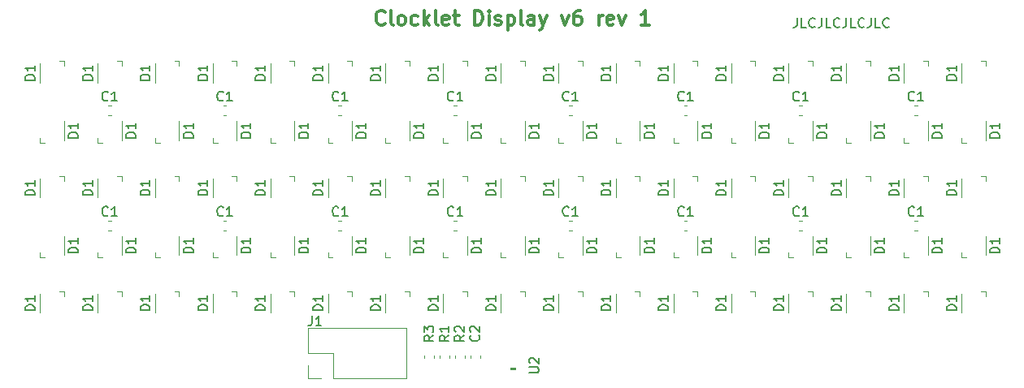
<source format=gbr>
G04 #@! TF.GenerationSoftware,KiCad,Pcbnew,(5.1.5-0-10_14)*
G04 #@! TF.CreationDate,2020-04-22T00:02:06+01:00*
G04 #@! TF.ProjectId,Display,44697370-6c61-4792-9e6b-696361645f70,rev?*
G04 #@! TF.SameCoordinates,Original*
G04 #@! TF.FileFunction,Legend,Top*
G04 #@! TF.FilePolarity,Positive*
%FSLAX46Y46*%
G04 Gerber Fmt 4.6, Leading zero omitted, Abs format (unit mm)*
G04 Created by KiCad (PCBNEW (5.1.5-0-10_14)) date 2020-04-22 00:02:06*
%MOMM*%
%LPD*%
G04 APERTURE LIST*
%ADD10C,0.300000*%
%ADD11C,0.150000*%
%ADD12C,0.120000*%
%ADD13C,0.010000*%
G04 APERTURE END LIST*
D10*
X168678571Y-54835714D02*
X168607142Y-54907142D01*
X168392857Y-54978571D01*
X168250000Y-54978571D01*
X168035714Y-54907142D01*
X167892857Y-54764285D01*
X167821428Y-54621428D01*
X167750000Y-54335714D01*
X167750000Y-54121428D01*
X167821428Y-53835714D01*
X167892857Y-53692857D01*
X168035714Y-53550000D01*
X168250000Y-53478571D01*
X168392857Y-53478571D01*
X168607142Y-53550000D01*
X168678571Y-53621428D01*
X169535714Y-54978571D02*
X169392857Y-54907142D01*
X169321428Y-54764285D01*
X169321428Y-53478571D01*
X170321428Y-54978571D02*
X170178571Y-54907142D01*
X170107142Y-54835714D01*
X170035714Y-54692857D01*
X170035714Y-54264285D01*
X170107142Y-54121428D01*
X170178571Y-54050000D01*
X170321428Y-53978571D01*
X170535714Y-53978571D01*
X170678571Y-54050000D01*
X170750000Y-54121428D01*
X170821428Y-54264285D01*
X170821428Y-54692857D01*
X170750000Y-54835714D01*
X170678571Y-54907142D01*
X170535714Y-54978571D01*
X170321428Y-54978571D01*
X172107142Y-54907142D02*
X171964285Y-54978571D01*
X171678571Y-54978571D01*
X171535714Y-54907142D01*
X171464285Y-54835714D01*
X171392857Y-54692857D01*
X171392857Y-54264285D01*
X171464285Y-54121428D01*
X171535714Y-54050000D01*
X171678571Y-53978571D01*
X171964285Y-53978571D01*
X172107142Y-54050000D01*
X172750000Y-54978571D02*
X172750000Y-53478571D01*
X172892857Y-54407142D02*
X173321428Y-54978571D01*
X173321428Y-53978571D02*
X172750000Y-54550000D01*
X174178571Y-54978571D02*
X174035714Y-54907142D01*
X173964285Y-54764285D01*
X173964285Y-53478571D01*
X175321428Y-54907142D02*
X175178571Y-54978571D01*
X174892857Y-54978571D01*
X174750000Y-54907142D01*
X174678571Y-54764285D01*
X174678571Y-54192857D01*
X174750000Y-54050000D01*
X174892857Y-53978571D01*
X175178571Y-53978571D01*
X175321428Y-54050000D01*
X175392857Y-54192857D01*
X175392857Y-54335714D01*
X174678571Y-54478571D01*
X175821428Y-53978571D02*
X176392857Y-53978571D01*
X176035714Y-53478571D02*
X176035714Y-54764285D01*
X176107142Y-54907142D01*
X176250000Y-54978571D01*
X176392857Y-54978571D01*
X178035714Y-54978571D02*
X178035714Y-53478571D01*
X178392857Y-53478571D01*
X178607142Y-53550000D01*
X178750000Y-53692857D01*
X178821428Y-53835714D01*
X178892857Y-54121428D01*
X178892857Y-54335714D01*
X178821428Y-54621428D01*
X178750000Y-54764285D01*
X178607142Y-54907142D01*
X178392857Y-54978571D01*
X178035714Y-54978571D01*
X179535714Y-54978571D02*
X179535714Y-53978571D01*
X179535714Y-53478571D02*
X179464285Y-53550000D01*
X179535714Y-53621428D01*
X179607142Y-53550000D01*
X179535714Y-53478571D01*
X179535714Y-53621428D01*
X180178571Y-54907142D02*
X180321428Y-54978571D01*
X180607142Y-54978571D01*
X180750000Y-54907142D01*
X180821428Y-54764285D01*
X180821428Y-54692857D01*
X180750000Y-54550000D01*
X180607142Y-54478571D01*
X180392857Y-54478571D01*
X180250000Y-54407142D01*
X180178571Y-54264285D01*
X180178571Y-54192857D01*
X180250000Y-54050000D01*
X180392857Y-53978571D01*
X180607142Y-53978571D01*
X180750000Y-54050000D01*
X181464285Y-53978571D02*
X181464285Y-55478571D01*
X181464285Y-54050000D02*
X181607142Y-53978571D01*
X181892857Y-53978571D01*
X182035714Y-54050000D01*
X182107142Y-54121428D01*
X182178571Y-54264285D01*
X182178571Y-54692857D01*
X182107142Y-54835714D01*
X182035714Y-54907142D01*
X181892857Y-54978571D01*
X181607142Y-54978571D01*
X181464285Y-54907142D01*
X183035714Y-54978571D02*
X182892857Y-54907142D01*
X182821428Y-54764285D01*
X182821428Y-53478571D01*
X184250000Y-54978571D02*
X184250000Y-54192857D01*
X184178571Y-54050000D01*
X184035714Y-53978571D01*
X183750000Y-53978571D01*
X183607142Y-54050000D01*
X184250000Y-54907142D02*
X184107142Y-54978571D01*
X183750000Y-54978571D01*
X183607142Y-54907142D01*
X183535714Y-54764285D01*
X183535714Y-54621428D01*
X183607142Y-54478571D01*
X183750000Y-54407142D01*
X184107142Y-54407142D01*
X184250000Y-54335714D01*
X184821428Y-53978571D02*
X185178571Y-54978571D01*
X185535714Y-53978571D02*
X185178571Y-54978571D01*
X185035714Y-55335714D01*
X184964285Y-55407142D01*
X184821428Y-55478571D01*
X187107142Y-53978571D02*
X187464285Y-54978571D01*
X187821428Y-53978571D01*
X189035714Y-53478571D02*
X188749999Y-53478571D01*
X188607142Y-53550000D01*
X188535714Y-53621428D01*
X188392857Y-53835714D01*
X188321428Y-54121428D01*
X188321428Y-54692857D01*
X188392857Y-54835714D01*
X188464285Y-54907142D01*
X188607142Y-54978571D01*
X188892857Y-54978571D01*
X189035714Y-54907142D01*
X189107142Y-54835714D01*
X189178571Y-54692857D01*
X189178571Y-54335714D01*
X189107142Y-54192857D01*
X189035714Y-54121428D01*
X188892857Y-54050000D01*
X188607142Y-54050000D01*
X188464285Y-54121428D01*
X188392857Y-54192857D01*
X188321428Y-54335714D01*
X190964285Y-54978571D02*
X190964285Y-53978571D01*
X190964285Y-54264285D02*
X191035714Y-54121428D01*
X191107142Y-54050000D01*
X191249999Y-53978571D01*
X191392857Y-53978571D01*
X192464285Y-54907142D02*
X192321428Y-54978571D01*
X192035714Y-54978571D01*
X191892857Y-54907142D01*
X191821428Y-54764285D01*
X191821428Y-54192857D01*
X191892857Y-54050000D01*
X192035714Y-53978571D01*
X192321428Y-53978571D01*
X192464285Y-54050000D01*
X192535714Y-54192857D01*
X192535714Y-54335714D01*
X191821428Y-54478571D01*
X193035714Y-53978571D02*
X193392857Y-54978571D01*
X193750000Y-53978571D01*
X196249999Y-54978571D02*
X195392857Y-54978571D01*
X195821428Y-54978571D02*
X195821428Y-53478571D01*
X195678571Y-53692857D01*
X195535714Y-53835714D01*
X195392857Y-53907142D01*
D11*
X211621309Y-54252380D02*
X211621309Y-54966666D01*
X211573690Y-55109523D01*
X211478452Y-55204761D01*
X211335595Y-55252380D01*
X211240357Y-55252380D01*
X212573690Y-55252380D02*
X212097500Y-55252380D01*
X212097500Y-54252380D01*
X213478452Y-55157142D02*
X213430833Y-55204761D01*
X213287976Y-55252380D01*
X213192738Y-55252380D01*
X213049880Y-55204761D01*
X212954642Y-55109523D01*
X212907023Y-55014285D01*
X212859404Y-54823809D01*
X212859404Y-54680952D01*
X212907023Y-54490476D01*
X212954642Y-54395238D01*
X213049880Y-54300000D01*
X213192738Y-54252380D01*
X213287976Y-54252380D01*
X213430833Y-54300000D01*
X213478452Y-54347619D01*
X214192738Y-54252380D02*
X214192738Y-54966666D01*
X214145119Y-55109523D01*
X214049880Y-55204761D01*
X213907023Y-55252380D01*
X213811785Y-55252380D01*
X215145119Y-55252380D02*
X214668928Y-55252380D01*
X214668928Y-54252380D01*
X216049880Y-55157142D02*
X216002261Y-55204761D01*
X215859404Y-55252380D01*
X215764166Y-55252380D01*
X215621309Y-55204761D01*
X215526071Y-55109523D01*
X215478452Y-55014285D01*
X215430833Y-54823809D01*
X215430833Y-54680952D01*
X215478452Y-54490476D01*
X215526071Y-54395238D01*
X215621309Y-54300000D01*
X215764166Y-54252380D01*
X215859404Y-54252380D01*
X216002261Y-54300000D01*
X216049880Y-54347619D01*
X216764166Y-54252380D02*
X216764166Y-54966666D01*
X216716547Y-55109523D01*
X216621309Y-55204761D01*
X216478452Y-55252380D01*
X216383214Y-55252380D01*
X217716547Y-55252380D02*
X217240357Y-55252380D01*
X217240357Y-54252380D01*
X218621309Y-55157142D02*
X218573690Y-55204761D01*
X218430833Y-55252380D01*
X218335595Y-55252380D01*
X218192738Y-55204761D01*
X218097500Y-55109523D01*
X218049880Y-55014285D01*
X218002261Y-54823809D01*
X218002261Y-54680952D01*
X218049880Y-54490476D01*
X218097500Y-54395238D01*
X218192738Y-54300000D01*
X218335595Y-54252380D01*
X218430833Y-54252380D01*
X218573690Y-54300000D01*
X218621309Y-54347619D01*
X219335595Y-54252380D02*
X219335595Y-54966666D01*
X219287976Y-55109523D01*
X219192738Y-55204761D01*
X219049880Y-55252380D01*
X218954642Y-55252380D01*
X220287976Y-55252380D02*
X219811785Y-55252380D01*
X219811785Y-54252380D01*
X221192738Y-55157142D02*
X221145119Y-55204761D01*
X221002261Y-55252380D01*
X220907023Y-55252380D01*
X220764166Y-55204761D01*
X220668928Y-55109523D01*
X220621309Y-55014285D01*
X220573690Y-54823809D01*
X220573690Y-54680952D01*
X220621309Y-54490476D01*
X220668928Y-54395238D01*
X220764166Y-54300000D01*
X220907023Y-54252380D01*
X221002261Y-54252380D01*
X221145119Y-54300000D01*
X221192738Y-54347619D01*
D12*
X173810000Y-89762779D02*
X173810000Y-89437221D01*
X172790000Y-89762779D02*
X172790000Y-89437221D01*
X174390000Y-89437221D02*
X174390000Y-89762779D01*
X175410000Y-89437221D02*
X175410000Y-89762779D01*
X160670000Y-91830000D02*
X160670000Y-90500000D01*
X162000000Y-91830000D02*
X160670000Y-91830000D01*
X160670000Y-89230000D02*
X160670000Y-86630000D01*
X163270000Y-89230000D02*
X160670000Y-89230000D01*
X163270000Y-91830000D02*
X163270000Y-89230000D01*
X160670000Y-86630000D02*
X170950000Y-86630000D01*
X163270000Y-91830000D02*
X170950000Y-91830000D01*
X170950000Y-91830000D02*
X170950000Y-86630000D01*
X177590000Y-89437221D02*
X177590000Y-89762779D01*
X178610000Y-89437221D02*
X178610000Y-89762779D01*
D13*
G36*
X182270000Y-90700000D02*
G01*
X182270000Y-90920000D01*
X182010000Y-90920000D01*
X182010000Y-90700000D01*
X182270000Y-90700000D01*
G37*
X182270000Y-90700000D02*
X182270000Y-90920000D01*
X182010000Y-90920000D01*
X182010000Y-90700000D01*
X182270000Y-90700000D01*
G36*
X181990000Y-90700000D02*
G01*
X181990000Y-90920000D01*
X181730000Y-90920000D01*
X181730000Y-90700000D01*
X181990000Y-90700000D01*
G37*
X181990000Y-90700000D02*
X181990000Y-90920000D01*
X181730000Y-90920000D01*
X181730000Y-90700000D01*
X181990000Y-90700000D01*
D12*
X223837221Y-76410000D02*
X224162779Y-76410000D01*
X223837221Y-75390000D02*
X224162779Y-75390000D01*
X211837221Y-76410000D02*
X212162779Y-76410000D01*
X211837221Y-75390000D02*
X212162779Y-75390000D01*
X199837221Y-75390000D02*
X200162779Y-75390000D01*
X199837221Y-76410000D02*
X200162779Y-76410000D01*
X187837221Y-76410000D02*
X188162779Y-76410000D01*
X187837221Y-75390000D02*
X188162779Y-75390000D01*
X175837221Y-75390000D02*
X176162779Y-75390000D01*
X175837221Y-76410000D02*
X176162779Y-76410000D01*
X163837221Y-76410000D02*
X164162779Y-76410000D01*
X163837221Y-75390000D02*
X164162779Y-75390000D01*
X151837221Y-75390000D02*
X152162779Y-75390000D01*
X151837221Y-76410000D02*
X152162779Y-76410000D01*
X139837221Y-76410000D02*
X140162779Y-76410000D01*
X139837221Y-75390000D02*
X140162779Y-75390000D01*
X135250000Y-58750000D02*
X134750000Y-58750000D01*
X135250000Y-59250000D02*
X135250000Y-58750000D01*
X132750000Y-59000000D02*
X132750000Y-61000000D01*
X231250000Y-82750000D02*
X230750000Y-82750000D01*
X231250000Y-83250000D02*
X231250000Y-82750000D01*
X228750000Y-83000000D02*
X228750000Y-85000000D01*
X225250000Y-82750000D02*
X224750000Y-82750000D01*
X225250000Y-83250000D02*
X225250000Y-82750000D01*
X222750000Y-83000000D02*
X222750000Y-85000000D01*
X219250000Y-82750000D02*
X218750000Y-82750000D01*
X219250000Y-83250000D02*
X219250000Y-82750000D01*
X216750000Y-83000000D02*
X216750000Y-85000000D01*
X213250000Y-82750000D02*
X212750000Y-82750000D01*
X213250000Y-83250000D02*
X213250000Y-82750000D01*
X210750000Y-83000000D02*
X210750000Y-85000000D01*
X207250000Y-82750000D02*
X206750000Y-82750000D01*
X207250000Y-83250000D02*
X207250000Y-82750000D01*
X204750000Y-83000000D02*
X204750000Y-85000000D01*
X201250000Y-82750000D02*
X200750000Y-82750000D01*
X201250000Y-83250000D02*
X201250000Y-82750000D01*
X198750000Y-83000000D02*
X198750000Y-85000000D01*
X195250000Y-82750000D02*
X194750000Y-82750000D01*
X195250000Y-83250000D02*
X195250000Y-82750000D01*
X192750000Y-83000000D02*
X192750000Y-85000000D01*
X189250000Y-82750000D02*
X188750000Y-82750000D01*
X189250000Y-83250000D02*
X189250000Y-82750000D01*
X186750000Y-83000000D02*
X186750000Y-85000000D01*
X183250000Y-82750000D02*
X182750000Y-82750000D01*
X183250000Y-83250000D02*
X183250000Y-82750000D01*
X180750000Y-83000000D02*
X180750000Y-85000000D01*
X177250000Y-82750000D02*
X176750000Y-82750000D01*
X177250000Y-83250000D02*
X177250000Y-82750000D01*
X174750000Y-83000000D02*
X174750000Y-85000000D01*
X171250000Y-82750000D02*
X170750000Y-82750000D01*
X171250000Y-83250000D02*
X171250000Y-82750000D01*
X168750000Y-83000000D02*
X168750000Y-85000000D01*
X165250000Y-82750000D02*
X164750000Y-82750000D01*
X165250000Y-83250000D02*
X165250000Y-82750000D01*
X162750000Y-83000000D02*
X162750000Y-85000000D01*
X159250000Y-82750000D02*
X158750000Y-82750000D01*
X159250000Y-83250000D02*
X159250000Y-82750000D01*
X156750000Y-83000000D02*
X156750000Y-85000000D01*
X153250000Y-82750000D02*
X152750000Y-82750000D01*
X153250000Y-83250000D02*
X153250000Y-82750000D01*
X150750000Y-83000000D02*
X150750000Y-85000000D01*
X147250000Y-82750000D02*
X146750000Y-82750000D01*
X147250000Y-83250000D02*
X147250000Y-82750000D01*
X144750000Y-83000000D02*
X144750000Y-85000000D01*
X141250000Y-82750000D02*
X140750000Y-82750000D01*
X141250000Y-83250000D02*
X141250000Y-82750000D01*
X138750000Y-83000000D02*
X138750000Y-85000000D01*
X135250000Y-82750000D02*
X134750000Y-82750000D01*
X135250000Y-83250000D02*
X135250000Y-82750000D01*
X132750000Y-83000000D02*
X132750000Y-85000000D01*
X228750000Y-79250000D02*
X229250000Y-79250000D01*
X228750000Y-78750000D02*
X228750000Y-79250000D01*
X231250000Y-79000000D02*
X231250000Y-77000000D01*
X222750000Y-79250000D02*
X223250000Y-79250000D01*
X222750000Y-78750000D02*
X222750000Y-79250000D01*
X225250000Y-79000000D02*
X225250000Y-77000000D01*
X216750000Y-79250000D02*
X217250000Y-79250000D01*
X216750000Y-78750000D02*
X216750000Y-79250000D01*
X219250000Y-79000000D02*
X219250000Y-77000000D01*
X210750000Y-79250000D02*
X211250000Y-79250000D01*
X210750000Y-78750000D02*
X210750000Y-79250000D01*
X213250000Y-79000000D02*
X213250000Y-77000000D01*
X204750000Y-79250000D02*
X205250000Y-79250000D01*
X204750000Y-78750000D02*
X204750000Y-79250000D01*
X207250000Y-79000000D02*
X207250000Y-77000000D01*
X198750000Y-79250000D02*
X199250000Y-79250000D01*
X198750000Y-78750000D02*
X198750000Y-79250000D01*
X201250000Y-79000000D02*
X201250000Y-77000000D01*
X192750000Y-79250000D02*
X193250000Y-79250000D01*
X192750000Y-78750000D02*
X192750000Y-79250000D01*
X195250000Y-79000000D02*
X195250000Y-77000000D01*
X186750000Y-79250000D02*
X187250000Y-79250000D01*
X186750000Y-78750000D02*
X186750000Y-79250000D01*
X189250000Y-79000000D02*
X189250000Y-77000000D01*
X180750000Y-79250000D02*
X181250000Y-79250000D01*
X180750000Y-78750000D02*
X180750000Y-79250000D01*
X183250000Y-79000000D02*
X183250000Y-77000000D01*
X174750000Y-79250000D02*
X175250000Y-79250000D01*
X174750000Y-78750000D02*
X174750000Y-79250000D01*
X177250000Y-79000000D02*
X177250000Y-77000000D01*
X168750000Y-79250000D02*
X169250000Y-79250000D01*
X168750000Y-78750000D02*
X168750000Y-79250000D01*
X171250000Y-79000000D02*
X171250000Y-77000000D01*
X162750000Y-79250000D02*
X163250000Y-79250000D01*
X162750000Y-78750000D02*
X162750000Y-79250000D01*
X165250000Y-79000000D02*
X165250000Y-77000000D01*
X156750000Y-79250000D02*
X157250000Y-79250000D01*
X156750000Y-78750000D02*
X156750000Y-79250000D01*
X159250000Y-79000000D02*
X159250000Y-77000000D01*
X150750000Y-79250000D02*
X151250000Y-79250000D01*
X150750000Y-78750000D02*
X150750000Y-79250000D01*
X153250000Y-79000000D02*
X153250000Y-77000000D01*
X144750000Y-79250000D02*
X145250000Y-79250000D01*
X144750000Y-78750000D02*
X144750000Y-79250000D01*
X147250000Y-79000000D02*
X147250000Y-77000000D01*
X138750000Y-79250000D02*
X139250000Y-79250000D01*
X138750000Y-78750000D02*
X138750000Y-79250000D01*
X141250000Y-79000000D02*
X141250000Y-77000000D01*
X132750000Y-79250000D02*
X133250000Y-79250000D01*
X132750000Y-78750000D02*
X132750000Y-79250000D01*
X135250000Y-79000000D02*
X135250000Y-77000000D01*
X231250000Y-70750000D02*
X230750000Y-70750000D01*
X231250000Y-71250000D02*
X231250000Y-70750000D01*
X228750000Y-71000000D02*
X228750000Y-73000000D01*
X225250000Y-70750000D02*
X224750000Y-70750000D01*
X225250000Y-71250000D02*
X225250000Y-70750000D01*
X222750000Y-71000000D02*
X222750000Y-73000000D01*
X219250000Y-70750000D02*
X218750000Y-70750000D01*
X219250000Y-71250000D02*
X219250000Y-70750000D01*
X216750000Y-71000000D02*
X216750000Y-73000000D01*
X213250000Y-70750000D02*
X212750000Y-70750000D01*
X213250000Y-71250000D02*
X213250000Y-70750000D01*
X210750000Y-71000000D02*
X210750000Y-73000000D01*
X207250000Y-70750000D02*
X206750000Y-70750000D01*
X207250000Y-71250000D02*
X207250000Y-70750000D01*
X204750000Y-71000000D02*
X204750000Y-73000000D01*
X201250000Y-70750000D02*
X200750000Y-70750000D01*
X201250000Y-71250000D02*
X201250000Y-70750000D01*
X198750000Y-71000000D02*
X198750000Y-73000000D01*
X195250000Y-70750000D02*
X194750000Y-70750000D01*
X195250000Y-71250000D02*
X195250000Y-70750000D01*
X192750000Y-71000000D02*
X192750000Y-73000000D01*
X189250000Y-70750000D02*
X188750000Y-70750000D01*
X189250000Y-71250000D02*
X189250000Y-70750000D01*
X186750000Y-71000000D02*
X186750000Y-73000000D01*
X183250000Y-70750000D02*
X182750000Y-70750000D01*
X183250000Y-71250000D02*
X183250000Y-70750000D01*
X180750000Y-71000000D02*
X180750000Y-73000000D01*
X177250000Y-70750000D02*
X176750000Y-70750000D01*
X177250000Y-71250000D02*
X177250000Y-70750000D01*
X174750000Y-71000000D02*
X174750000Y-73000000D01*
X171250000Y-70750000D02*
X170750000Y-70750000D01*
X171250000Y-71250000D02*
X171250000Y-70750000D01*
X168750000Y-71000000D02*
X168750000Y-73000000D01*
X165250000Y-70750000D02*
X164750000Y-70750000D01*
X165250000Y-71250000D02*
X165250000Y-70750000D01*
X162750000Y-71000000D02*
X162750000Y-73000000D01*
X159250000Y-70750000D02*
X158750000Y-70750000D01*
X159250000Y-71250000D02*
X159250000Y-70750000D01*
X156750000Y-71000000D02*
X156750000Y-73000000D01*
X153250000Y-70750000D02*
X152750000Y-70750000D01*
X153250000Y-71250000D02*
X153250000Y-70750000D01*
X150750000Y-71000000D02*
X150750000Y-73000000D01*
X147250000Y-70750000D02*
X146750000Y-70750000D01*
X147250000Y-71250000D02*
X147250000Y-70750000D01*
X144750000Y-71000000D02*
X144750000Y-73000000D01*
X141250000Y-70750000D02*
X140750000Y-70750000D01*
X141250000Y-71250000D02*
X141250000Y-70750000D01*
X138750000Y-71000000D02*
X138750000Y-73000000D01*
X135250000Y-70750000D02*
X134750000Y-70750000D01*
X135250000Y-71250000D02*
X135250000Y-70750000D01*
X132750000Y-71000000D02*
X132750000Y-73000000D01*
X228750000Y-67250000D02*
X229250000Y-67250000D01*
X228750000Y-66750000D02*
X228750000Y-67250000D01*
X231250000Y-67000000D02*
X231250000Y-65000000D01*
X222750000Y-67250000D02*
X223250000Y-67250000D01*
X222750000Y-66750000D02*
X222750000Y-67250000D01*
X225250000Y-67000000D02*
X225250000Y-65000000D01*
X216750000Y-67250000D02*
X217250000Y-67250000D01*
X216750000Y-66750000D02*
X216750000Y-67250000D01*
X219250000Y-67000000D02*
X219250000Y-65000000D01*
X210750000Y-67250000D02*
X211250000Y-67250000D01*
X210750000Y-66750000D02*
X210750000Y-67250000D01*
X213250000Y-67000000D02*
X213250000Y-65000000D01*
X204750000Y-67250000D02*
X205250000Y-67250000D01*
X204750000Y-66750000D02*
X204750000Y-67250000D01*
X207250000Y-67000000D02*
X207250000Y-65000000D01*
X198750000Y-67250000D02*
X199250000Y-67250000D01*
X198750000Y-66750000D02*
X198750000Y-67250000D01*
X201250000Y-67000000D02*
X201250000Y-65000000D01*
X192750000Y-67250000D02*
X193250000Y-67250000D01*
X192750000Y-66750000D02*
X192750000Y-67250000D01*
X195250000Y-67000000D02*
X195250000Y-65000000D01*
X186750000Y-67250000D02*
X187250000Y-67250000D01*
X186750000Y-66750000D02*
X186750000Y-67250000D01*
X189250000Y-67000000D02*
X189250000Y-65000000D01*
X180750000Y-67250000D02*
X181250000Y-67250000D01*
X180750000Y-66750000D02*
X180750000Y-67250000D01*
X183250000Y-67000000D02*
X183250000Y-65000000D01*
X174750000Y-67250000D02*
X175250000Y-67250000D01*
X174750000Y-66750000D02*
X174750000Y-67250000D01*
X177250000Y-67000000D02*
X177250000Y-65000000D01*
X168750000Y-67250000D02*
X169250000Y-67250000D01*
X168750000Y-66750000D02*
X168750000Y-67250000D01*
X171250000Y-67000000D02*
X171250000Y-65000000D01*
X162750000Y-67250000D02*
X163250000Y-67250000D01*
X162750000Y-66750000D02*
X162750000Y-67250000D01*
X165250000Y-67000000D02*
X165250000Y-65000000D01*
X156750000Y-67250000D02*
X157250000Y-67250000D01*
X156750000Y-66750000D02*
X156750000Y-67250000D01*
X159250000Y-67000000D02*
X159250000Y-65000000D01*
X150750000Y-67250000D02*
X151250000Y-67250000D01*
X150750000Y-66750000D02*
X150750000Y-67250000D01*
X153250000Y-67000000D02*
X153250000Y-65000000D01*
X144750000Y-67250000D02*
X145250000Y-67250000D01*
X144750000Y-66750000D02*
X144750000Y-67250000D01*
X147250000Y-67000000D02*
X147250000Y-65000000D01*
X138750000Y-67250000D02*
X139250000Y-67250000D01*
X138750000Y-66750000D02*
X138750000Y-67250000D01*
X141250000Y-67000000D02*
X141250000Y-65000000D01*
X132750000Y-67250000D02*
X133250000Y-67250000D01*
X132750000Y-66750000D02*
X132750000Y-67250000D01*
X135250000Y-67000000D02*
X135250000Y-65000000D01*
X231250000Y-58750000D02*
X230750000Y-58750000D01*
X231250000Y-59250000D02*
X231250000Y-58750000D01*
X228750000Y-59000000D02*
X228750000Y-61000000D01*
X225250000Y-58750000D02*
X224750000Y-58750000D01*
X225250000Y-59250000D02*
X225250000Y-58750000D01*
X222750000Y-59000000D02*
X222750000Y-61000000D01*
X219250000Y-58750000D02*
X218750000Y-58750000D01*
X219250000Y-59250000D02*
X219250000Y-58750000D01*
X216750000Y-59000000D02*
X216750000Y-61000000D01*
X213250000Y-58750000D02*
X212750000Y-58750000D01*
X213250000Y-59250000D02*
X213250000Y-58750000D01*
X210750000Y-59000000D02*
X210750000Y-61000000D01*
X207250000Y-58750000D02*
X206750000Y-58750000D01*
X207250000Y-59250000D02*
X207250000Y-58750000D01*
X204750000Y-59000000D02*
X204750000Y-61000000D01*
X201250000Y-58750000D02*
X200750000Y-58750000D01*
X201250000Y-59250000D02*
X201250000Y-58750000D01*
X198750000Y-59000000D02*
X198750000Y-61000000D01*
X195250000Y-58750000D02*
X194750000Y-58750000D01*
X195250000Y-59250000D02*
X195250000Y-58750000D01*
X192750000Y-59000000D02*
X192750000Y-61000000D01*
X189250000Y-58750000D02*
X188750000Y-58750000D01*
X189250000Y-59250000D02*
X189250000Y-58750000D01*
X186750000Y-59000000D02*
X186750000Y-61000000D01*
X183250000Y-58750000D02*
X182750000Y-58750000D01*
X183250000Y-59250000D02*
X183250000Y-58750000D01*
X180750000Y-59000000D02*
X180750000Y-61000000D01*
X177250000Y-58750000D02*
X176750000Y-58750000D01*
X177250000Y-59250000D02*
X177250000Y-58750000D01*
X174750000Y-59000000D02*
X174750000Y-61000000D01*
X171250000Y-58750000D02*
X170750000Y-58750000D01*
X171250000Y-59250000D02*
X171250000Y-58750000D01*
X168750000Y-59000000D02*
X168750000Y-61000000D01*
X165250000Y-58750000D02*
X164750000Y-58750000D01*
X165250000Y-59250000D02*
X165250000Y-58750000D01*
X162750000Y-59000000D02*
X162750000Y-61000000D01*
X159250000Y-58750000D02*
X158750000Y-58750000D01*
X159250000Y-59250000D02*
X159250000Y-58750000D01*
X156750000Y-59000000D02*
X156750000Y-61000000D01*
X153250000Y-58750000D02*
X152750000Y-58750000D01*
X153250000Y-59250000D02*
X153250000Y-58750000D01*
X150750000Y-59000000D02*
X150750000Y-61000000D01*
X147250000Y-58750000D02*
X146750000Y-58750000D01*
X147250000Y-59250000D02*
X147250000Y-58750000D01*
X144750000Y-59000000D02*
X144750000Y-61000000D01*
X141250000Y-58750000D02*
X140750000Y-58750000D01*
X141250000Y-59250000D02*
X141250000Y-58750000D01*
X138750000Y-59000000D02*
X138750000Y-61000000D01*
X223837221Y-63390000D02*
X224162779Y-63390000D01*
X223837221Y-64410000D02*
X224162779Y-64410000D01*
X211837221Y-63390000D02*
X212162779Y-63390000D01*
X211837221Y-64410000D02*
X212162779Y-64410000D01*
X199837221Y-64410000D02*
X200162779Y-64410000D01*
X199837221Y-63390000D02*
X200162779Y-63390000D01*
X187837221Y-63390000D02*
X188162779Y-63390000D01*
X187837221Y-64410000D02*
X188162779Y-64410000D01*
X175837221Y-64410000D02*
X176162779Y-64410000D01*
X175837221Y-63390000D02*
X176162779Y-63390000D01*
X163837221Y-63390000D02*
X164162779Y-63390000D01*
X163837221Y-64410000D02*
X164162779Y-64410000D01*
X151837221Y-64410000D02*
X152162779Y-64410000D01*
X151837221Y-63390000D02*
X152162779Y-63390000D01*
X139837221Y-63390000D02*
X140162779Y-63390000D01*
X139837221Y-64410000D02*
X140162779Y-64410000D01*
X175990000Y-89437221D02*
X175990000Y-89762779D01*
X177010000Y-89437221D02*
X177010000Y-89762779D01*
D11*
X173752380Y-87366666D02*
X173276190Y-87700000D01*
X173752380Y-87938095D02*
X172752380Y-87938095D01*
X172752380Y-87557142D01*
X172800000Y-87461904D01*
X172847619Y-87414285D01*
X172942857Y-87366666D01*
X173085714Y-87366666D01*
X173180952Y-87414285D01*
X173228571Y-87461904D01*
X173276190Y-87557142D01*
X173276190Y-87938095D01*
X172752380Y-87033333D02*
X172752380Y-86414285D01*
X173133333Y-86747619D01*
X173133333Y-86604761D01*
X173180952Y-86509523D01*
X173228571Y-86461904D01*
X173323809Y-86414285D01*
X173561904Y-86414285D01*
X173657142Y-86461904D01*
X173704761Y-86509523D01*
X173752380Y-86604761D01*
X173752380Y-86890476D01*
X173704761Y-86985714D01*
X173657142Y-87033333D01*
X175352380Y-87366666D02*
X174876190Y-87700000D01*
X175352380Y-87938095D02*
X174352380Y-87938095D01*
X174352380Y-87557142D01*
X174400000Y-87461904D01*
X174447619Y-87414285D01*
X174542857Y-87366666D01*
X174685714Y-87366666D01*
X174780952Y-87414285D01*
X174828571Y-87461904D01*
X174876190Y-87557142D01*
X174876190Y-87938095D01*
X175352380Y-86414285D02*
X175352380Y-86985714D01*
X175352380Y-86700000D02*
X174352380Y-86700000D01*
X174495238Y-86795238D01*
X174590476Y-86890476D01*
X174638095Y-86985714D01*
X161066666Y-85352380D02*
X161066666Y-86066666D01*
X161019047Y-86209523D01*
X160923809Y-86304761D01*
X160780952Y-86352380D01*
X160685714Y-86352380D01*
X162066666Y-86352380D02*
X161495238Y-86352380D01*
X161780952Y-86352380D02*
X161780952Y-85352380D01*
X161685714Y-85495238D01*
X161590476Y-85590476D01*
X161495238Y-85638095D01*
X178457142Y-87366666D02*
X178504761Y-87414285D01*
X178552380Y-87557142D01*
X178552380Y-87652380D01*
X178504761Y-87795238D01*
X178409523Y-87890476D01*
X178314285Y-87938095D01*
X178123809Y-87985714D01*
X177980952Y-87985714D01*
X177790476Y-87938095D01*
X177695238Y-87890476D01*
X177600000Y-87795238D01*
X177552380Y-87652380D01*
X177552380Y-87557142D01*
X177600000Y-87414285D01*
X177647619Y-87366666D01*
X177647619Y-86985714D02*
X177600000Y-86938095D01*
X177552380Y-86842857D01*
X177552380Y-86604761D01*
X177600000Y-86509523D01*
X177647619Y-86461904D01*
X177742857Y-86414285D01*
X177838095Y-86414285D01*
X177980952Y-86461904D01*
X178552380Y-87033333D01*
X178552380Y-86414285D01*
X183702380Y-91261904D02*
X184511904Y-91261904D01*
X184607142Y-91214285D01*
X184654761Y-91166666D01*
X184702380Y-91071428D01*
X184702380Y-90880952D01*
X184654761Y-90785714D01*
X184607142Y-90738095D01*
X184511904Y-90690476D01*
X183702380Y-90690476D01*
X183797619Y-90261904D02*
X183750000Y-90214285D01*
X183702380Y-90119047D01*
X183702380Y-89880952D01*
X183750000Y-89785714D01*
X183797619Y-89738095D01*
X183892857Y-89690476D01*
X183988095Y-89690476D01*
X184130952Y-89738095D01*
X184702380Y-90309523D01*
X184702380Y-89690476D01*
X223833333Y-74827142D02*
X223785714Y-74874761D01*
X223642857Y-74922380D01*
X223547619Y-74922380D01*
X223404761Y-74874761D01*
X223309523Y-74779523D01*
X223261904Y-74684285D01*
X223214285Y-74493809D01*
X223214285Y-74350952D01*
X223261904Y-74160476D01*
X223309523Y-74065238D01*
X223404761Y-73970000D01*
X223547619Y-73922380D01*
X223642857Y-73922380D01*
X223785714Y-73970000D01*
X223833333Y-74017619D01*
X224785714Y-74922380D02*
X224214285Y-74922380D01*
X224500000Y-74922380D02*
X224500000Y-73922380D01*
X224404761Y-74065238D01*
X224309523Y-74160476D01*
X224214285Y-74208095D01*
X211833333Y-74827142D02*
X211785714Y-74874761D01*
X211642857Y-74922380D01*
X211547619Y-74922380D01*
X211404761Y-74874761D01*
X211309523Y-74779523D01*
X211261904Y-74684285D01*
X211214285Y-74493809D01*
X211214285Y-74350952D01*
X211261904Y-74160476D01*
X211309523Y-74065238D01*
X211404761Y-73970000D01*
X211547619Y-73922380D01*
X211642857Y-73922380D01*
X211785714Y-73970000D01*
X211833333Y-74017619D01*
X212785714Y-74922380D02*
X212214285Y-74922380D01*
X212500000Y-74922380D02*
X212500000Y-73922380D01*
X212404761Y-74065238D01*
X212309523Y-74160476D01*
X212214285Y-74208095D01*
X199833333Y-74827142D02*
X199785714Y-74874761D01*
X199642857Y-74922380D01*
X199547619Y-74922380D01*
X199404761Y-74874761D01*
X199309523Y-74779523D01*
X199261904Y-74684285D01*
X199214285Y-74493809D01*
X199214285Y-74350952D01*
X199261904Y-74160476D01*
X199309523Y-74065238D01*
X199404761Y-73970000D01*
X199547619Y-73922380D01*
X199642857Y-73922380D01*
X199785714Y-73970000D01*
X199833333Y-74017619D01*
X200785714Y-74922380D02*
X200214285Y-74922380D01*
X200500000Y-74922380D02*
X200500000Y-73922380D01*
X200404761Y-74065238D01*
X200309523Y-74160476D01*
X200214285Y-74208095D01*
X187833333Y-74827142D02*
X187785714Y-74874761D01*
X187642857Y-74922380D01*
X187547619Y-74922380D01*
X187404761Y-74874761D01*
X187309523Y-74779523D01*
X187261904Y-74684285D01*
X187214285Y-74493809D01*
X187214285Y-74350952D01*
X187261904Y-74160476D01*
X187309523Y-74065238D01*
X187404761Y-73970000D01*
X187547619Y-73922380D01*
X187642857Y-73922380D01*
X187785714Y-73970000D01*
X187833333Y-74017619D01*
X188785714Y-74922380D02*
X188214285Y-74922380D01*
X188500000Y-74922380D02*
X188500000Y-73922380D01*
X188404761Y-74065238D01*
X188309523Y-74160476D01*
X188214285Y-74208095D01*
X175833333Y-74827142D02*
X175785714Y-74874761D01*
X175642857Y-74922380D01*
X175547619Y-74922380D01*
X175404761Y-74874761D01*
X175309523Y-74779523D01*
X175261904Y-74684285D01*
X175214285Y-74493809D01*
X175214285Y-74350952D01*
X175261904Y-74160476D01*
X175309523Y-74065238D01*
X175404761Y-73970000D01*
X175547619Y-73922380D01*
X175642857Y-73922380D01*
X175785714Y-73970000D01*
X175833333Y-74017619D01*
X176785714Y-74922380D02*
X176214285Y-74922380D01*
X176500000Y-74922380D02*
X176500000Y-73922380D01*
X176404761Y-74065238D01*
X176309523Y-74160476D01*
X176214285Y-74208095D01*
X163833333Y-74827142D02*
X163785714Y-74874761D01*
X163642857Y-74922380D01*
X163547619Y-74922380D01*
X163404761Y-74874761D01*
X163309523Y-74779523D01*
X163261904Y-74684285D01*
X163214285Y-74493809D01*
X163214285Y-74350952D01*
X163261904Y-74160476D01*
X163309523Y-74065238D01*
X163404761Y-73970000D01*
X163547619Y-73922380D01*
X163642857Y-73922380D01*
X163785714Y-73970000D01*
X163833333Y-74017619D01*
X164785714Y-74922380D02*
X164214285Y-74922380D01*
X164500000Y-74922380D02*
X164500000Y-73922380D01*
X164404761Y-74065238D01*
X164309523Y-74160476D01*
X164214285Y-74208095D01*
X151833333Y-74827142D02*
X151785714Y-74874761D01*
X151642857Y-74922380D01*
X151547619Y-74922380D01*
X151404761Y-74874761D01*
X151309523Y-74779523D01*
X151261904Y-74684285D01*
X151214285Y-74493809D01*
X151214285Y-74350952D01*
X151261904Y-74160476D01*
X151309523Y-74065238D01*
X151404761Y-73970000D01*
X151547619Y-73922380D01*
X151642857Y-73922380D01*
X151785714Y-73970000D01*
X151833333Y-74017619D01*
X152785714Y-74922380D02*
X152214285Y-74922380D01*
X152500000Y-74922380D02*
X152500000Y-73922380D01*
X152404761Y-74065238D01*
X152309523Y-74160476D01*
X152214285Y-74208095D01*
X139833333Y-74827142D02*
X139785714Y-74874761D01*
X139642857Y-74922380D01*
X139547619Y-74922380D01*
X139404761Y-74874761D01*
X139309523Y-74779523D01*
X139261904Y-74684285D01*
X139214285Y-74493809D01*
X139214285Y-74350952D01*
X139261904Y-74160476D01*
X139309523Y-74065238D01*
X139404761Y-73970000D01*
X139547619Y-73922380D01*
X139642857Y-73922380D01*
X139785714Y-73970000D01*
X139833333Y-74017619D01*
X140785714Y-74922380D02*
X140214285Y-74922380D01*
X140500000Y-74922380D02*
X140500000Y-73922380D01*
X140404761Y-74065238D01*
X140309523Y-74160476D01*
X140214285Y-74208095D01*
X132202380Y-60738095D02*
X131202380Y-60738095D01*
X131202380Y-60500000D01*
X131250000Y-60357142D01*
X131345238Y-60261904D01*
X131440476Y-60214285D01*
X131630952Y-60166666D01*
X131773809Y-60166666D01*
X131964285Y-60214285D01*
X132059523Y-60261904D01*
X132154761Y-60357142D01*
X132202380Y-60500000D01*
X132202380Y-60738095D01*
X132202380Y-59214285D02*
X132202380Y-59785714D01*
X132202380Y-59500000D02*
X131202380Y-59500000D01*
X131345238Y-59595238D01*
X131440476Y-59690476D01*
X131488095Y-59785714D01*
X228202380Y-84738095D02*
X227202380Y-84738095D01*
X227202380Y-84500000D01*
X227250000Y-84357142D01*
X227345238Y-84261904D01*
X227440476Y-84214285D01*
X227630952Y-84166666D01*
X227773809Y-84166666D01*
X227964285Y-84214285D01*
X228059523Y-84261904D01*
X228154761Y-84357142D01*
X228202380Y-84500000D01*
X228202380Y-84738095D01*
X228202380Y-83214285D02*
X228202380Y-83785714D01*
X228202380Y-83500000D02*
X227202380Y-83500000D01*
X227345238Y-83595238D01*
X227440476Y-83690476D01*
X227488095Y-83785714D01*
X222202380Y-84738095D02*
X221202380Y-84738095D01*
X221202380Y-84500000D01*
X221250000Y-84357142D01*
X221345238Y-84261904D01*
X221440476Y-84214285D01*
X221630952Y-84166666D01*
X221773809Y-84166666D01*
X221964285Y-84214285D01*
X222059523Y-84261904D01*
X222154761Y-84357142D01*
X222202380Y-84500000D01*
X222202380Y-84738095D01*
X222202380Y-83214285D02*
X222202380Y-83785714D01*
X222202380Y-83500000D02*
X221202380Y-83500000D01*
X221345238Y-83595238D01*
X221440476Y-83690476D01*
X221488095Y-83785714D01*
X216202380Y-84738095D02*
X215202380Y-84738095D01*
X215202380Y-84500000D01*
X215250000Y-84357142D01*
X215345238Y-84261904D01*
X215440476Y-84214285D01*
X215630952Y-84166666D01*
X215773809Y-84166666D01*
X215964285Y-84214285D01*
X216059523Y-84261904D01*
X216154761Y-84357142D01*
X216202380Y-84500000D01*
X216202380Y-84738095D01*
X216202380Y-83214285D02*
X216202380Y-83785714D01*
X216202380Y-83500000D02*
X215202380Y-83500000D01*
X215345238Y-83595238D01*
X215440476Y-83690476D01*
X215488095Y-83785714D01*
X210202380Y-84738095D02*
X209202380Y-84738095D01*
X209202380Y-84500000D01*
X209250000Y-84357142D01*
X209345238Y-84261904D01*
X209440476Y-84214285D01*
X209630952Y-84166666D01*
X209773809Y-84166666D01*
X209964285Y-84214285D01*
X210059523Y-84261904D01*
X210154761Y-84357142D01*
X210202380Y-84500000D01*
X210202380Y-84738095D01*
X210202380Y-83214285D02*
X210202380Y-83785714D01*
X210202380Y-83500000D02*
X209202380Y-83500000D01*
X209345238Y-83595238D01*
X209440476Y-83690476D01*
X209488095Y-83785714D01*
X204202380Y-84738095D02*
X203202380Y-84738095D01*
X203202380Y-84500000D01*
X203250000Y-84357142D01*
X203345238Y-84261904D01*
X203440476Y-84214285D01*
X203630952Y-84166666D01*
X203773809Y-84166666D01*
X203964285Y-84214285D01*
X204059523Y-84261904D01*
X204154761Y-84357142D01*
X204202380Y-84500000D01*
X204202380Y-84738095D01*
X204202380Y-83214285D02*
X204202380Y-83785714D01*
X204202380Y-83500000D02*
X203202380Y-83500000D01*
X203345238Y-83595238D01*
X203440476Y-83690476D01*
X203488095Y-83785714D01*
X198202380Y-84738095D02*
X197202380Y-84738095D01*
X197202380Y-84500000D01*
X197250000Y-84357142D01*
X197345238Y-84261904D01*
X197440476Y-84214285D01*
X197630952Y-84166666D01*
X197773809Y-84166666D01*
X197964285Y-84214285D01*
X198059523Y-84261904D01*
X198154761Y-84357142D01*
X198202380Y-84500000D01*
X198202380Y-84738095D01*
X198202380Y-83214285D02*
X198202380Y-83785714D01*
X198202380Y-83500000D02*
X197202380Y-83500000D01*
X197345238Y-83595238D01*
X197440476Y-83690476D01*
X197488095Y-83785714D01*
X192202380Y-84738095D02*
X191202380Y-84738095D01*
X191202380Y-84500000D01*
X191250000Y-84357142D01*
X191345238Y-84261904D01*
X191440476Y-84214285D01*
X191630952Y-84166666D01*
X191773809Y-84166666D01*
X191964285Y-84214285D01*
X192059523Y-84261904D01*
X192154761Y-84357142D01*
X192202380Y-84500000D01*
X192202380Y-84738095D01*
X192202380Y-83214285D02*
X192202380Y-83785714D01*
X192202380Y-83500000D02*
X191202380Y-83500000D01*
X191345238Y-83595238D01*
X191440476Y-83690476D01*
X191488095Y-83785714D01*
X186202380Y-84738095D02*
X185202380Y-84738095D01*
X185202380Y-84500000D01*
X185250000Y-84357142D01*
X185345238Y-84261904D01*
X185440476Y-84214285D01*
X185630952Y-84166666D01*
X185773809Y-84166666D01*
X185964285Y-84214285D01*
X186059523Y-84261904D01*
X186154761Y-84357142D01*
X186202380Y-84500000D01*
X186202380Y-84738095D01*
X186202380Y-83214285D02*
X186202380Y-83785714D01*
X186202380Y-83500000D02*
X185202380Y-83500000D01*
X185345238Y-83595238D01*
X185440476Y-83690476D01*
X185488095Y-83785714D01*
X180202380Y-84738095D02*
X179202380Y-84738095D01*
X179202380Y-84500000D01*
X179250000Y-84357142D01*
X179345238Y-84261904D01*
X179440476Y-84214285D01*
X179630952Y-84166666D01*
X179773809Y-84166666D01*
X179964285Y-84214285D01*
X180059523Y-84261904D01*
X180154761Y-84357142D01*
X180202380Y-84500000D01*
X180202380Y-84738095D01*
X180202380Y-83214285D02*
X180202380Y-83785714D01*
X180202380Y-83500000D02*
X179202380Y-83500000D01*
X179345238Y-83595238D01*
X179440476Y-83690476D01*
X179488095Y-83785714D01*
X174202380Y-84738095D02*
X173202380Y-84738095D01*
X173202380Y-84500000D01*
X173250000Y-84357142D01*
X173345238Y-84261904D01*
X173440476Y-84214285D01*
X173630952Y-84166666D01*
X173773809Y-84166666D01*
X173964285Y-84214285D01*
X174059523Y-84261904D01*
X174154761Y-84357142D01*
X174202380Y-84500000D01*
X174202380Y-84738095D01*
X174202380Y-83214285D02*
X174202380Y-83785714D01*
X174202380Y-83500000D02*
X173202380Y-83500000D01*
X173345238Y-83595238D01*
X173440476Y-83690476D01*
X173488095Y-83785714D01*
X168202380Y-84738095D02*
X167202380Y-84738095D01*
X167202380Y-84500000D01*
X167250000Y-84357142D01*
X167345238Y-84261904D01*
X167440476Y-84214285D01*
X167630952Y-84166666D01*
X167773809Y-84166666D01*
X167964285Y-84214285D01*
X168059523Y-84261904D01*
X168154761Y-84357142D01*
X168202380Y-84500000D01*
X168202380Y-84738095D01*
X168202380Y-83214285D02*
X168202380Y-83785714D01*
X168202380Y-83500000D02*
X167202380Y-83500000D01*
X167345238Y-83595238D01*
X167440476Y-83690476D01*
X167488095Y-83785714D01*
X162202380Y-84738095D02*
X161202380Y-84738095D01*
X161202380Y-84500000D01*
X161250000Y-84357142D01*
X161345238Y-84261904D01*
X161440476Y-84214285D01*
X161630952Y-84166666D01*
X161773809Y-84166666D01*
X161964285Y-84214285D01*
X162059523Y-84261904D01*
X162154761Y-84357142D01*
X162202380Y-84500000D01*
X162202380Y-84738095D01*
X162202380Y-83214285D02*
X162202380Y-83785714D01*
X162202380Y-83500000D02*
X161202380Y-83500000D01*
X161345238Y-83595238D01*
X161440476Y-83690476D01*
X161488095Y-83785714D01*
X156202380Y-84738095D02*
X155202380Y-84738095D01*
X155202380Y-84500000D01*
X155250000Y-84357142D01*
X155345238Y-84261904D01*
X155440476Y-84214285D01*
X155630952Y-84166666D01*
X155773809Y-84166666D01*
X155964285Y-84214285D01*
X156059523Y-84261904D01*
X156154761Y-84357142D01*
X156202380Y-84500000D01*
X156202380Y-84738095D01*
X156202380Y-83214285D02*
X156202380Y-83785714D01*
X156202380Y-83500000D02*
X155202380Y-83500000D01*
X155345238Y-83595238D01*
X155440476Y-83690476D01*
X155488095Y-83785714D01*
X150202380Y-84738095D02*
X149202380Y-84738095D01*
X149202380Y-84500000D01*
X149250000Y-84357142D01*
X149345238Y-84261904D01*
X149440476Y-84214285D01*
X149630952Y-84166666D01*
X149773809Y-84166666D01*
X149964285Y-84214285D01*
X150059523Y-84261904D01*
X150154761Y-84357142D01*
X150202380Y-84500000D01*
X150202380Y-84738095D01*
X150202380Y-83214285D02*
X150202380Y-83785714D01*
X150202380Y-83500000D02*
X149202380Y-83500000D01*
X149345238Y-83595238D01*
X149440476Y-83690476D01*
X149488095Y-83785714D01*
X144202380Y-84738095D02*
X143202380Y-84738095D01*
X143202380Y-84500000D01*
X143250000Y-84357142D01*
X143345238Y-84261904D01*
X143440476Y-84214285D01*
X143630952Y-84166666D01*
X143773809Y-84166666D01*
X143964285Y-84214285D01*
X144059523Y-84261904D01*
X144154761Y-84357142D01*
X144202380Y-84500000D01*
X144202380Y-84738095D01*
X144202380Y-83214285D02*
X144202380Y-83785714D01*
X144202380Y-83500000D02*
X143202380Y-83500000D01*
X143345238Y-83595238D01*
X143440476Y-83690476D01*
X143488095Y-83785714D01*
X138202380Y-84738095D02*
X137202380Y-84738095D01*
X137202380Y-84500000D01*
X137250000Y-84357142D01*
X137345238Y-84261904D01*
X137440476Y-84214285D01*
X137630952Y-84166666D01*
X137773809Y-84166666D01*
X137964285Y-84214285D01*
X138059523Y-84261904D01*
X138154761Y-84357142D01*
X138202380Y-84500000D01*
X138202380Y-84738095D01*
X138202380Y-83214285D02*
X138202380Y-83785714D01*
X138202380Y-83500000D02*
X137202380Y-83500000D01*
X137345238Y-83595238D01*
X137440476Y-83690476D01*
X137488095Y-83785714D01*
X132202380Y-84738095D02*
X131202380Y-84738095D01*
X131202380Y-84500000D01*
X131250000Y-84357142D01*
X131345238Y-84261904D01*
X131440476Y-84214285D01*
X131630952Y-84166666D01*
X131773809Y-84166666D01*
X131964285Y-84214285D01*
X132059523Y-84261904D01*
X132154761Y-84357142D01*
X132202380Y-84500000D01*
X132202380Y-84738095D01*
X132202380Y-83214285D02*
X132202380Y-83785714D01*
X132202380Y-83500000D02*
X131202380Y-83500000D01*
X131345238Y-83595238D01*
X131440476Y-83690476D01*
X131488095Y-83785714D01*
X232702380Y-78738095D02*
X231702380Y-78738095D01*
X231702380Y-78500000D01*
X231750000Y-78357142D01*
X231845238Y-78261904D01*
X231940476Y-78214285D01*
X232130952Y-78166666D01*
X232273809Y-78166666D01*
X232464285Y-78214285D01*
X232559523Y-78261904D01*
X232654761Y-78357142D01*
X232702380Y-78500000D01*
X232702380Y-78738095D01*
X232702380Y-77214285D02*
X232702380Y-77785714D01*
X232702380Y-77500000D02*
X231702380Y-77500000D01*
X231845238Y-77595238D01*
X231940476Y-77690476D01*
X231988095Y-77785714D01*
X226702380Y-78738095D02*
X225702380Y-78738095D01*
X225702380Y-78500000D01*
X225750000Y-78357142D01*
X225845238Y-78261904D01*
X225940476Y-78214285D01*
X226130952Y-78166666D01*
X226273809Y-78166666D01*
X226464285Y-78214285D01*
X226559523Y-78261904D01*
X226654761Y-78357142D01*
X226702380Y-78500000D01*
X226702380Y-78738095D01*
X226702380Y-77214285D02*
X226702380Y-77785714D01*
X226702380Y-77500000D02*
X225702380Y-77500000D01*
X225845238Y-77595238D01*
X225940476Y-77690476D01*
X225988095Y-77785714D01*
X220702380Y-78738095D02*
X219702380Y-78738095D01*
X219702380Y-78500000D01*
X219750000Y-78357142D01*
X219845238Y-78261904D01*
X219940476Y-78214285D01*
X220130952Y-78166666D01*
X220273809Y-78166666D01*
X220464285Y-78214285D01*
X220559523Y-78261904D01*
X220654761Y-78357142D01*
X220702380Y-78500000D01*
X220702380Y-78738095D01*
X220702380Y-77214285D02*
X220702380Y-77785714D01*
X220702380Y-77500000D02*
X219702380Y-77500000D01*
X219845238Y-77595238D01*
X219940476Y-77690476D01*
X219988095Y-77785714D01*
X214702380Y-78738095D02*
X213702380Y-78738095D01*
X213702380Y-78500000D01*
X213750000Y-78357142D01*
X213845238Y-78261904D01*
X213940476Y-78214285D01*
X214130952Y-78166666D01*
X214273809Y-78166666D01*
X214464285Y-78214285D01*
X214559523Y-78261904D01*
X214654761Y-78357142D01*
X214702380Y-78500000D01*
X214702380Y-78738095D01*
X214702380Y-77214285D02*
X214702380Y-77785714D01*
X214702380Y-77500000D02*
X213702380Y-77500000D01*
X213845238Y-77595238D01*
X213940476Y-77690476D01*
X213988095Y-77785714D01*
X208702380Y-78738095D02*
X207702380Y-78738095D01*
X207702380Y-78500000D01*
X207750000Y-78357142D01*
X207845238Y-78261904D01*
X207940476Y-78214285D01*
X208130952Y-78166666D01*
X208273809Y-78166666D01*
X208464285Y-78214285D01*
X208559523Y-78261904D01*
X208654761Y-78357142D01*
X208702380Y-78500000D01*
X208702380Y-78738095D01*
X208702380Y-77214285D02*
X208702380Y-77785714D01*
X208702380Y-77500000D02*
X207702380Y-77500000D01*
X207845238Y-77595238D01*
X207940476Y-77690476D01*
X207988095Y-77785714D01*
X202702380Y-78738095D02*
X201702380Y-78738095D01*
X201702380Y-78500000D01*
X201750000Y-78357142D01*
X201845238Y-78261904D01*
X201940476Y-78214285D01*
X202130952Y-78166666D01*
X202273809Y-78166666D01*
X202464285Y-78214285D01*
X202559523Y-78261904D01*
X202654761Y-78357142D01*
X202702380Y-78500000D01*
X202702380Y-78738095D01*
X202702380Y-77214285D02*
X202702380Y-77785714D01*
X202702380Y-77500000D02*
X201702380Y-77500000D01*
X201845238Y-77595238D01*
X201940476Y-77690476D01*
X201988095Y-77785714D01*
X196702380Y-78738095D02*
X195702380Y-78738095D01*
X195702380Y-78500000D01*
X195750000Y-78357142D01*
X195845238Y-78261904D01*
X195940476Y-78214285D01*
X196130952Y-78166666D01*
X196273809Y-78166666D01*
X196464285Y-78214285D01*
X196559523Y-78261904D01*
X196654761Y-78357142D01*
X196702380Y-78500000D01*
X196702380Y-78738095D01*
X196702380Y-77214285D02*
X196702380Y-77785714D01*
X196702380Y-77500000D02*
X195702380Y-77500000D01*
X195845238Y-77595238D01*
X195940476Y-77690476D01*
X195988095Y-77785714D01*
X190702380Y-78738095D02*
X189702380Y-78738095D01*
X189702380Y-78500000D01*
X189750000Y-78357142D01*
X189845238Y-78261904D01*
X189940476Y-78214285D01*
X190130952Y-78166666D01*
X190273809Y-78166666D01*
X190464285Y-78214285D01*
X190559523Y-78261904D01*
X190654761Y-78357142D01*
X190702380Y-78500000D01*
X190702380Y-78738095D01*
X190702380Y-77214285D02*
X190702380Y-77785714D01*
X190702380Y-77500000D02*
X189702380Y-77500000D01*
X189845238Y-77595238D01*
X189940476Y-77690476D01*
X189988095Y-77785714D01*
X184702380Y-78738095D02*
X183702380Y-78738095D01*
X183702380Y-78500000D01*
X183750000Y-78357142D01*
X183845238Y-78261904D01*
X183940476Y-78214285D01*
X184130952Y-78166666D01*
X184273809Y-78166666D01*
X184464285Y-78214285D01*
X184559523Y-78261904D01*
X184654761Y-78357142D01*
X184702380Y-78500000D01*
X184702380Y-78738095D01*
X184702380Y-77214285D02*
X184702380Y-77785714D01*
X184702380Y-77500000D02*
X183702380Y-77500000D01*
X183845238Y-77595238D01*
X183940476Y-77690476D01*
X183988095Y-77785714D01*
X178702380Y-78738095D02*
X177702380Y-78738095D01*
X177702380Y-78500000D01*
X177750000Y-78357142D01*
X177845238Y-78261904D01*
X177940476Y-78214285D01*
X178130952Y-78166666D01*
X178273809Y-78166666D01*
X178464285Y-78214285D01*
X178559523Y-78261904D01*
X178654761Y-78357142D01*
X178702380Y-78500000D01*
X178702380Y-78738095D01*
X178702380Y-77214285D02*
X178702380Y-77785714D01*
X178702380Y-77500000D02*
X177702380Y-77500000D01*
X177845238Y-77595238D01*
X177940476Y-77690476D01*
X177988095Y-77785714D01*
X172702380Y-78738095D02*
X171702380Y-78738095D01*
X171702380Y-78500000D01*
X171750000Y-78357142D01*
X171845238Y-78261904D01*
X171940476Y-78214285D01*
X172130952Y-78166666D01*
X172273809Y-78166666D01*
X172464285Y-78214285D01*
X172559523Y-78261904D01*
X172654761Y-78357142D01*
X172702380Y-78500000D01*
X172702380Y-78738095D01*
X172702380Y-77214285D02*
X172702380Y-77785714D01*
X172702380Y-77500000D02*
X171702380Y-77500000D01*
X171845238Y-77595238D01*
X171940476Y-77690476D01*
X171988095Y-77785714D01*
X166702380Y-78738095D02*
X165702380Y-78738095D01*
X165702380Y-78500000D01*
X165750000Y-78357142D01*
X165845238Y-78261904D01*
X165940476Y-78214285D01*
X166130952Y-78166666D01*
X166273809Y-78166666D01*
X166464285Y-78214285D01*
X166559523Y-78261904D01*
X166654761Y-78357142D01*
X166702380Y-78500000D01*
X166702380Y-78738095D01*
X166702380Y-77214285D02*
X166702380Y-77785714D01*
X166702380Y-77500000D02*
X165702380Y-77500000D01*
X165845238Y-77595238D01*
X165940476Y-77690476D01*
X165988095Y-77785714D01*
X160702380Y-78738095D02*
X159702380Y-78738095D01*
X159702380Y-78500000D01*
X159750000Y-78357142D01*
X159845238Y-78261904D01*
X159940476Y-78214285D01*
X160130952Y-78166666D01*
X160273809Y-78166666D01*
X160464285Y-78214285D01*
X160559523Y-78261904D01*
X160654761Y-78357142D01*
X160702380Y-78500000D01*
X160702380Y-78738095D01*
X160702380Y-77214285D02*
X160702380Y-77785714D01*
X160702380Y-77500000D02*
X159702380Y-77500000D01*
X159845238Y-77595238D01*
X159940476Y-77690476D01*
X159988095Y-77785714D01*
X154702380Y-78738095D02*
X153702380Y-78738095D01*
X153702380Y-78500000D01*
X153750000Y-78357142D01*
X153845238Y-78261904D01*
X153940476Y-78214285D01*
X154130952Y-78166666D01*
X154273809Y-78166666D01*
X154464285Y-78214285D01*
X154559523Y-78261904D01*
X154654761Y-78357142D01*
X154702380Y-78500000D01*
X154702380Y-78738095D01*
X154702380Y-77214285D02*
X154702380Y-77785714D01*
X154702380Y-77500000D02*
X153702380Y-77500000D01*
X153845238Y-77595238D01*
X153940476Y-77690476D01*
X153988095Y-77785714D01*
X148702380Y-78738095D02*
X147702380Y-78738095D01*
X147702380Y-78500000D01*
X147750000Y-78357142D01*
X147845238Y-78261904D01*
X147940476Y-78214285D01*
X148130952Y-78166666D01*
X148273809Y-78166666D01*
X148464285Y-78214285D01*
X148559523Y-78261904D01*
X148654761Y-78357142D01*
X148702380Y-78500000D01*
X148702380Y-78738095D01*
X148702380Y-77214285D02*
X148702380Y-77785714D01*
X148702380Y-77500000D02*
X147702380Y-77500000D01*
X147845238Y-77595238D01*
X147940476Y-77690476D01*
X147988095Y-77785714D01*
X142702380Y-78738095D02*
X141702380Y-78738095D01*
X141702380Y-78500000D01*
X141750000Y-78357142D01*
X141845238Y-78261904D01*
X141940476Y-78214285D01*
X142130952Y-78166666D01*
X142273809Y-78166666D01*
X142464285Y-78214285D01*
X142559523Y-78261904D01*
X142654761Y-78357142D01*
X142702380Y-78500000D01*
X142702380Y-78738095D01*
X142702380Y-77214285D02*
X142702380Y-77785714D01*
X142702380Y-77500000D02*
X141702380Y-77500000D01*
X141845238Y-77595238D01*
X141940476Y-77690476D01*
X141988095Y-77785714D01*
X136702380Y-78738095D02*
X135702380Y-78738095D01*
X135702380Y-78500000D01*
X135750000Y-78357142D01*
X135845238Y-78261904D01*
X135940476Y-78214285D01*
X136130952Y-78166666D01*
X136273809Y-78166666D01*
X136464285Y-78214285D01*
X136559523Y-78261904D01*
X136654761Y-78357142D01*
X136702380Y-78500000D01*
X136702380Y-78738095D01*
X136702380Y-77214285D02*
X136702380Y-77785714D01*
X136702380Y-77500000D02*
X135702380Y-77500000D01*
X135845238Y-77595238D01*
X135940476Y-77690476D01*
X135988095Y-77785714D01*
X228202380Y-72738095D02*
X227202380Y-72738095D01*
X227202380Y-72500000D01*
X227250000Y-72357142D01*
X227345238Y-72261904D01*
X227440476Y-72214285D01*
X227630952Y-72166666D01*
X227773809Y-72166666D01*
X227964285Y-72214285D01*
X228059523Y-72261904D01*
X228154761Y-72357142D01*
X228202380Y-72500000D01*
X228202380Y-72738095D01*
X228202380Y-71214285D02*
X228202380Y-71785714D01*
X228202380Y-71500000D02*
X227202380Y-71500000D01*
X227345238Y-71595238D01*
X227440476Y-71690476D01*
X227488095Y-71785714D01*
X222202380Y-72738095D02*
X221202380Y-72738095D01*
X221202380Y-72500000D01*
X221250000Y-72357142D01*
X221345238Y-72261904D01*
X221440476Y-72214285D01*
X221630952Y-72166666D01*
X221773809Y-72166666D01*
X221964285Y-72214285D01*
X222059523Y-72261904D01*
X222154761Y-72357142D01*
X222202380Y-72500000D01*
X222202380Y-72738095D01*
X222202380Y-71214285D02*
X222202380Y-71785714D01*
X222202380Y-71500000D02*
X221202380Y-71500000D01*
X221345238Y-71595238D01*
X221440476Y-71690476D01*
X221488095Y-71785714D01*
X216202380Y-72738095D02*
X215202380Y-72738095D01*
X215202380Y-72500000D01*
X215250000Y-72357142D01*
X215345238Y-72261904D01*
X215440476Y-72214285D01*
X215630952Y-72166666D01*
X215773809Y-72166666D01*
X215964285Y-72214285D01*
X216059523Y-72261904D01*
X216154761Y-72357142D01*
X216202380Y-72500000D01*
X216202380Y-72738095D01*
X216202380Y-71214285D02*
X216202380Y-71785714D01*
X216202380Y-71500000D02*
X215202380Y-71500000D01*
X215345238Y-71595238D01*
X215440476Y-71690476D01*
X215488095Y-71785714D01*
X210202380Y-72738095D02*
X209202380Y-72738095D01*
X209202380Y-72500000D01*
X209250000Y-72357142D01*
X209345238Y-72261904D01*
X209440476Y-72214285D01*
X209630952Y-72166666D01*
X209773809Y-72166666D01*
X209964285Y-72214285D01*
X210059523Y-72261904D01*
X210154761Y-72357142D01*
X210202380Y-72500000D01*
X210202380Y-72738095D01*
X210202380Y-71214285D02*
X210202380Y-71785714D01*
X210202380Y-71500000D02*
X209202380Y-71500000D01*
X209345238Y-71595238D01*
X209440476Y-71690476D01*
X209488095Y-71785714D01*
X204202380Y-72738095D02*
X203202380Y-72738095D01*
X203202380Y-72500000D01*
X203250000Y-72357142D01*
X203345238Y-72261904D01*
X203440476Y-72214285D01*
X203630952Y-72166666D01*
X203773809Y-72166666D01*
X203964285Y-72214285D01*
X204059523Y-72261904D01*
X204154761Y-72357142D01*
X204202380Y-72500000D01*
X204202380Y-72738095D01*
X204202380Y-71214285D02*
X204202380Y-71785714D01*
X204202380Y-71500000D02*
X203202380Y-71500000D01*
X203345238Y-71595238D01*
X203440476Y-71690476D01*
X203488095Y-71785714D01*
X198202380Y-72738095D02*
X197202380Y-72738095D01*
X197202380Y-72500000D01*
X197250000Y-72357142D01*
X197345238Y-72261904D01*
X197440476Y-72214285D01*
X197630952Y-72166666D01*
X197773809Y-72166666D01*
X197964285Y-72214285D01*
X198059523Y-72261904D01*
X198154761Y-72357142D01*
X198202380Y-72500000D01*
X198202380Y-72738095D01*
X198202380Y-71214285D02*
X198202380Y-71785714D01*
X198202380Y-71500000D02*
X197202380Y-71500000D01*
X197345238Y-71595238D01*
X197440476Y-71690476D01*
X197488095Y-71785714D01*
X192202380Y-72738095D02*
X191202380Y-72738095D01*
X191202380Y-72500000D01*
X191250000Y-72357142D01*
X191345238Y-72261904D01*
X191440476Y-72214285D01*
X191630952Y-72166666D01*
X191773809Y-72166666D01*
X191964285Y-72214285D01*
X192059523Y-72261904D01*
X192154761Y-72357142D01*
X192202380Y-72500000D01*
X192202380Y-72738095D01*
X192202380Y-71214285D02*
X192202380Y-71785714D01*
X192202380Y-71500000D02*
X191202380Y-71500000D01*
X191345238Y-71595238D01*
X191440476Y-71690476D01*
X191488095Y-71785714D01*
X186202380Y-72738095D02*
X185202380Y-72738095D01*
X185202380Y-72500000D01*
X185250000Y-72357142D01*
X185345238Y-72261904D01*
X185440476Y-72214285D01*
X185630952Y-72166666D01*
X185773809Y-72166666D01*
X185964285Y-72214285D01*
X186059523Y-72261904D01*
X186154761Y-72357142D01*
X186202380Y-72500000D01*
X186202380Y-72738095D01*
X186202380Y-71214285D02*
X186202380Y-71785714D01*
X186202380Y-71500000D02*
X185202380Y-71500000D01*
X185345238Y-71595238D01*
X185440476Y-71690476D01*
X185488095Y-71785714D01*
X180202380Y-72738095D02*
X179202380Y-72738095D01*
X179202380Y-72500000D01*
X179250000Y-72357142D01*
X179345238Y-72261904D01*
X179440476Y-72214285D01*
X179630952Y-72166666D01*
X179773809Y-72166666D01*
X179964285Y-72214285D01*
X180059523Y-72261904D01*
X180154761Y-72357142D01*
X180202380Y-72500000D01*
X180202380Y-72738095D01*
X180202380Y-71214285D02*
X180202380Y-71785714D01*
X180202380Y-71500000D02*
X179202380Y-71500000D01*
X179345238Y-71595238D01*
X179440476Y-71690476D01*
X179488095Y-71785714D01*
X174202380Y-72738095D02*
X173202380Y-72738095D01*
X173202380Y-72500000D01*
X173250000Y-72357142D01*
X173345238Y-72261904D01*
X173440476Y-72214285D01*
X173630952Y-72166666D01*
X173773809Y-72166666D01*
X173964285Y-72214285D01*
X174059523Y-72261904D01*
X174154761Y-72357142D01*
X174202380Y-72500000D01*
X174202380Y-72738095D01*
X174202380Y-71214285D02*
X174202380Y-71785714D01*
X174202380Y-71500000D02*
X173202380Y-71500000D01*
X173345238Y-71595238D01*
X173440476Y-71690476D01*
X173488095Y-71785714D01*
X168202380Y-72738095D02*
X167202380Y-72738095D01*
X167202380Y-72500000D01*
X167250000Y-72357142D01*
X167345238Y-72261904D01*
X167440476Y-72214285D01*
X167630952Y-72166666D01*
X167773809Y-72166666D01*
X167964285Y-72214285D01*
X168059523Y-72261904D01*
X168154761Y-72357142D01*
X168202380Y-72500000D01*
X168202380Y-72738095D01*
X168202380Y-71214285D02*
X168202380Y-71785714D01*
X168202380Y-71500000D02*
X167202380Y-71500000D01*
X167345238Y-71595238D01*
X167440476Y-71690476D01*
X167488095Y-71785714D01*
X162202380Y-72738095D02*
X161202380Y-72738095D01*
X161202380Y-72500000D01*
X161250000Y-72357142D01*
X161345238Y-72261904D01*
X161440476Y-72214285D01*
X161630952Y-72166666D01*
X161773809Y-72166666D01*
X161964285Y-72214285D01*
X162059523Y-72261904D01*
X162154761Y-72357142D01*
X162202380Y-72500000D01*
X162202380Y-72738095D01*
X162202380Y-71214285D02*
X162202380Y-71785714D01*
X162202380Y-71500000D02*
X161202380Y-71500000D01*
X161345238Y-71595238D01*
X161440476Y-71690476D01*
X161488095Y-71785714D01*
X156202380Y-72738095D02*
X155202380Y-72738095D01*
X155202380Y-72500000D01*
X155250000Y-72357142D01*
X155345238Y-72261904D01*
X155440476Y-72214285D01*
X155630952Y-72166666D01*
X155773809Y-72166666D01*
X155964285Y-72214285D01*
X156059523Y-72261904D01*
X156154761Y-72357142D01*
X156202380Y-72500000D01*
X156202380Y-72738095D01*
X156202380Y-71214285D02*
X156202380Y-71785714D01*
X156202380Y-71500000D02*
X155202380Y-71500000D01*
X155345238Y-71595238D01*
X155440476Y-71690476D01*
X155488095Y-71785714D01*
X150202380Y-72738095D02*
X149202380Y-72738095D01*
X149202380Y-72500000D01*
X149250000Y-72357142D01*
X149345238Y-72261904D01*
X149440476Y-72214285D01*
X149630952Y-72166666D01*
X149773809Y-72166666D01*
X149964285Y-72214285D01*
X150059523Y-72261904D01*
X150154761Y-72357142D01*
X150202380Y-72500000D01*
X150202380Y-72738095D01*
X150202380Y-71214285D02*
X150202380Y-71785714D01*
X150202380Y-71500000D02*
X149202380Y-71500000D01*
X149345238Y-71595238D01*
X149440476Y-71690476D01*
X149488095Y-71785714D01*
X144202380Y-72738095D02*
X143202380Y-72738095D01*
X143202380Y-72500000D01*
X143250000Y-72357142D01*
X143345238Y-72261904D01*
X143440476Y-72214285D01*
X143630952Y-72166666D01*
X143773809Y-72166666D01*
X143964285Y-72214285D01*
X144059523Y-72261904D01*
X144154761Y-72357142D01*
X144202380Y-72500000D01*
X144202380Y-72738095D01*
X144202380Y-71214285D02*
X144202380Y-71785714D01*
X144202380Y-71500000D02*
X143202380Y-71500000D01*
X143345238Y-71595238D01*
X143440476Y-71690476D01*
X143488095Y-71785714D01*
X138202380Y-72738095D02*
X137202380Y-72738095D01*
X137202380Y-72500000D01*
X137250000Y-72357142D01*
X137345238Y-72261904D01*
X137440476Y-72214285D01*
X137630952Y-72166666D01*
X137773809Y-72166666D01*
X137964285Y-72214285D01*
X138059523Y-72261904D01*
X138154761Y-72357142D01*
X138202380Y-72500000D01*
X138202380Y-72738095D01*
X138202380Y-71214285D02*
X138202380Y-71785714D01*
X138202380Y-71500000D02*
X137202380Y-71500000D01*
X137345238Y-71595238D01*
X137440476Y-71690476D01*
X137488095Y-71785714D01*
X132202380Y-72738095D02*
X131202380Y-72738095D01*
X131202380Y-72500000D01*
X131250000Y-72357142D01*
X131345238Y-72261904D01*
X131440476Y-72214285D01*
X131630952Y-72166666D01*
X131773809Y-72166666D01*
X131964285Y-72214285D01*
X132059523Y-72261904D01*
X132154761Y-72357142D01*
X132202380Y-72500000D01*
X132202380Y-72738095D01*
X132202380Y-71214285D02*
X132202380Y-71785714D01*
X132202380Y-71500000D02*
X131202380Y-71500000D01*
X131345238Y-71595238D01*
X131440476Y-71690476D01*
X131488095Y-71785714D01*
X232702380Y-66738095D02*
X231702380Y-66738095D01*
X231702380Y-66500000D01*
X231750000Y-66357142D01*
X231845238Y-66261904D01*
X231940476Y-66214285D01*
X232130952Y-66166666D01*
X232273809Y-66166666D01*
X232464285Y-66214285D01*
X232559523Y-66261904D01*
X232654761Y-66357142D01*
X232702380Y-66500000D01*
X232702380Y-66738095D01*
X232702380Y-65214285D02*
X232702380Y-65785714D01*
X232702380Y-65500000D02*
X231702380Y-65500000D01*
X231845238Y-65595238D01*
X231940476Y-65690476D01*
X231988095Y-65785714D01*
X226702380Y-66738095D02*
X225702380Y-66738095D01*
X225702380Y-66500000D01*
X225750000Y-66357142D01*
X225845238Y-66261904D01*
X225940476Y-66214285D01*
X226130952Y-66166666D01*
X226273809Y-66166666D01*
X226464285Y-66214285D01*
X226559523Y-66261904D01*
X226654761Y-66357142D01*
X226702380Y-66500000D01*
X226702380Y-66738095D01*
X226702380Y-65214285D02*
X226702380Y-65785714D01*
X226702380Y-65500000D02*
X225702380Y-65500000D01*
X225845238Y-65595238D01*
X225940476Y-65690476D01*
X225988095Y-65785714D01*
X220702380Y-66738095D02*
X219702380Y-66738095D01*
X219702380Y-66500000D01*
X219750000Y-66357142D01*
X219845238Y-66261904D01*
X219940476Y-66214285D01*
X220130952Y-66166666D01*
X220273809Y-66166666D01*
X220464285Y-66214285D01*
X220559523Y-66261904D01*
X220654761Y-66357142D01*
X220702380Y-66500000D01*
X220702380Y-66738095D01*
X220702380Y-65214285D02*
X220702380Y-65785714D01*
X220702380Y-65500000D02*
X219702380Y-65500000D01*
X219845238Y-65595238D01*
X219940476Y-65690476D01*
X219988095Y-65785714D01*
X214702380Y-66738095D02*
X213702380Y-66738095D01*
X213702380Y-66500000D01*
X213750000Y-66357142D01*
X213845238Y-66261904D01*
X213940476Y-66214285D01*
X214130952Y-66166666D01*
X214273809Y-66166666D01*
X214464285Y-66214285D01*
X214559523Y-66261904D01*
X214654761Y-66357142D01*
X214702380Y-66500000D01*
X214702380Y-66738095D01*
X214702380Y-65214285D02*
X214702380Y-65785714D01*
X214702380Y-65500000D02*
X213702380Y-65500000D01*
X213845238Y-65595238D01*
X213940476Y-65690476D01*
X213988095Y-65785714D01*
X208702380Y-66738095D02*
X207702380Y-66738095D01*
X207702380Y-66500000D01*
X207750000Y-66357142D01*
X207845238Y-66261904D01*
X207940476Y-66214285D01*
X208130952Y-66166666D01*
X208273809Y-66166666D01*
X208464285Y-66214285D01*
X208559523Y-66261904D01*
X208654761Y-66357142D01*
X208702380Y-66500000D01*
X208702380Y-66738095D01*
X208702380Y-65214285D02*
X208702380Y-65785714D01*
X208702380Y-65500000D02*
X207702380Y-65500000D01*
X207845238Y-65595238D01*
X207940476Y-65690476D01*
X207988095Y-65785714D01*
X202702380Y-66738095D02*
X201702380Y-66738095D01*
X201702380Y-66500000D01*
X201750000Y-66357142D01*
X201845238Y-66261904D01*
X201940476Y-66214285D01*
X202130952Y-66166666D01*
X202273809Y-66166666D01*
X202464285Y-66214285D01*
X202559523Y-66261904D01*
X202654761Y-66357142D01*
X202702380Y-66500000D01*
X202702380Y-66738095D01*
X202702380Y-65214285D02*
X202702380Y-65785714D01*
X202702380Y-65500000D02*
X201702380Y-65500000D01*
X201845238Y-65595238D01*
X201940476Y-65690476D01*
X201988095Y-65785714D01*
X196702380Y-66738095D02*
X195702380Y-66738095D01*
X195702380Y-66500000D01*
X195750000Y-66357142D01*
X195845238Y-66261904D01*
X195940476Y-66214285D01*
X196130952Y-66166666D01*
X196273809Y-66166666D01*
X196464285Y-66214285D01*
X196559523Y-66261904D01*
X196654761Y-66357142D01*
X196702380Y-66500000D01*
X196702380Y-66738095D01*
X196702380Y-65214285D02*
X196702380Y-65785714D01*
X196702380Y-65500000D02*
X195702380Y-65500000D01*
X195845238Y-65595238D01*
X195940476Y-65690476D01*
X195988095Y-65785714D01*
X190702380Y-66738095D02*
X189702380Y-66738095D01*
X189702380Y-66500000D01*
X189750000Y-66357142D01*
X189845238Y-66261904D01*
X189940476Y-66214285D01*
X190130952Y-66166666D01*
X190273809Y-66166666D01*
X190464285Y-66214285D01*
X190559523Y-66261904D01*
X190654761Y-66357142D01*
X190702380Y-66500000D01*
X190702380Y-66738095D01*
X190702380Y-65214285D02*
X190702380Y-65785714D01*
X190702380Y-65500000D02*
X189702380Y-65500000D01*
X189845238Y-65595238D01*
X189940476Y-65690476D01*
X189988095Y-65785714D01*
X184702380Y-66738095D02*
X183702380Y-66738095D01*
X183702380Y-66500000D01*
X183750000Y-66357142D01*
X183845238Y-66261904D01*
X183940476Y-66214285D01*
X184130952Y-66166666D01*
X184273809Y-66166666D01*
X184464285Y-66214285D01*
X184559523Y-66261904D01*
X184654761Y-66357142D01*
X184702380Y-66500000D01*
X184702380Y-66738095D01*
X184702380Y-65214285D02*
X184702380Y-65785714D01*
X184702380Y-65500000D02*
X183702380Y-65500000D01*
X183845238Y-65595238D01*
X183940476Y-65690476D01*
X183988095Y-65785714D01*
X178702380Y-66738095D02*
X177702380Y-66738095D01*
X177702380Y-66500000D01*
X177750000Y-66357142D01*
X177845238Y-66261904D01*
X177940476Y-66214285D01*
X178130952Y-66166666D01*
X178273809Y-66166666D01*
X178464285Y-66214285D01*
X178559523Y-66261904D01*
X178654761Y-66357142D01*
X178702380Y-66500000D01*
X178702380Y-66738095D01*
X178702380Y-65214285D02*
X178702380Y-65785714D01*
X178702380Y-65500000D02*
X177702380Y-65500000D01*
X177845238Y-65595238D01*
X177940476Y-65690476D01*
X177988095Y-65785714D01*
X172702380Y-66738095D02*
X171702380Y-66738095D01*
X171702380Y-66500000D01*
X171750000Y-66357142D01*
X171845238Y-66261904D01*
X171940476Y-66214285D01*
X172130952Y-66166666D01*
X172273809Y-66166666D01*
X172464285Y-66214285D01*
X172559523Y-66261904D01*
X172654761Y-66357142D01*
X172702380Y-66500000D01*
X172702380Y-66738095D01*
X172702380Y-65214285D02*
X172702380Y-65785714D01*
X172702380Y-65500000D02*
X171702380Y-65500000D01*
X171845238Y-65595238D01*
X171940476Y-65690476D01*
X171988095Y-65785714D01*
X166702380Y-66738095D02*
X165702380Y-66738095D01*
X165702380Y-66500000D01*
X165750000Y-66357142D01*
X165845238Y-66261904D01*
X165940476Y-66214285D01*
X166130952Y-66166666D01*
X166273809Y-66166666D01*
X166464285Y-66214285D01*
X166559523Y-66261904D01*
X166654761Y-66357142D01*
X166702380Y-66500000D01*
X166702380Y-66738095D01*
X166702380Y-65214285D02*
X166702380Y-65785714D01*
X166702380Y-65500000D02*
X165702380Y-65500000D01*
X165845238Y-65595238D01*
X165940476Y-65690476D01*
X165988095Y-65785714D01*
X160702380Y-66738095D02*
X159702380Y-66738095D01*
X159702380Y-66500000D01*
X159750000Y-66357142D01*
X159845238Y-66261904D01*
X159940476Y-66214285D01*
X160130952Y-66166666D01*
X160273809Y-66166666D01*
X160464285Y-66214285D01*
X160559523Y-66261904D01*
X160654761Y-66357142D01*
X160702380Y-66500000D01*
X160702380Y-66738095D01*
X160702380Y-65214285D02*
X160702380Y-65785714D01*
X160702380Y-65500000D02*
X159702380Y-65500000D01*
X159845238Y-65595238D01*
X159940476Y-65690476D01*
X159988095Y-65785714D01*
X154702380Y-66738095D02*
X153702380Y-66738095D01*
X153702380Y-66500000D01*
X153750000Y-66357142D01*
X153845238Y-66261904D01*
X153940476Y-66214285D01*
X154130952Y-66166666D01*
X154273809Y-66166666D01*
X154464285Y-66214285D01*
X154559523Y-66261904D01*
X154654761Y-66357142D01*
X154702380Y-66500000D01*
X154702380Y-66738095D01*
X154702380Y-65214285D02*
X154702380Y-65785714D01*
X154702380Y-65500000D02*
X153702380Y-65500000D01*
X153845238Y-65595238D01*
X153940476Y-65690476D01*
X153988095Y-65785714D01*
X148702380Y-66738095D02*
X147702380Y-66738095D01*
X147702380Y-66500000D01*
X147750000Y-66357142D01*
X147845238Y-66261904D01*
X147940476Y-66214285D01*
X148130952Y-66166666D01*
X148273809Y-66166666D01*
X148464285Y-66214285D01*
X148559523Y-66261904D01*
X148654761Y-66357142D01*
X148702380Y-66500000D01*
X148702380Y-66738095D01*
X148702380Y-65214285D02*
X148702380Y-65785714D01*
X148702380Y-65500000D02*
X147702380Y-65500000D01*
X147845238Y-65595238D01*
X147940476Y-65690476D01*
X147988095Y-65785714D01*
X142702380Y-66738095D02*
X141702380Y-66738095D01*
X141702380Y-66500000D01*
X141750000Y-66357142D01*
X141845238Y-66261904D01*
X141940476Y-66214285D01*
X142130952Y-66166666D01*
X142273809Y-66166666D01*
X142464285Y-66214285D01*
X142559523Y-66261904D01*
X142654761Y-66357142D01*
X142702380Y-66500000D01*
X142702380Y-66738095D01*
X142702380Y-65214285D02*
X142702380Y-65785714D01*
X142702380Y-65500000D02*
X141702380Y-65500000D01*
X141845238Y-65595238D01*
X141940476Y-65690476D01*
X141988095Y-65785714D01*
X136702380Y-66738095D02*
X135702380Y-66738095D01*
X135702380Y-66500000D01*
X135750000Y-66357142D01*
X135845238Y-66261904D01*
X135940476Y-66214285D01*
X136130952Y-66166666D01*
X136273809Y-66166666D01*
X136464285Y-66214285D01*
X136559523Y-66261904D01*
X136654761Y-66357142D01*
X136702380Y-66500000D01*
X136702380Y-66738095D01*
X136702380Y-65214285D02*
X136702380Y-65785714D01*
X136702380Y-65500000D02*
X135702380Y-65500000D01*
X135845238Y-65595238D01*
X135940476Y-65690476D01*
X135988095Y-65785714D01*
X228202380Y-60738095D02*
X227202380Y-60738095D01*
X227202380Y-60500000D01*
X227250000Y-60357142D01*
X227345238Y-60261904D01*
X227440476Y-60214285D01*
X227630952Y-60166666D01*
X227773809Y-60166666D01*
X227964285Y-60214285D01*
X228059523Y-60261904D01*
X228154761Y-60357142D01*
X228202380Y-60500000D01*
X228202380Y-60738095D01*
X228202380Y-59214285D02*
X228202380Y-59785714D01*
X228202380Y-59500000D02*
X227202380Y-59500000D01*
X227345238Y-59595238D01*
X227440476Y-59690476D01*
X227488095Y-59785714D01*
X222202380Y-60738095D02*
X221202380Y-60738095D01*
X221202380Y-60500000D01*
X221250000Y-60357142D01*
X221345238Y-60261904D01*
X221440476Y-60214285D01*
X221630952Y-60166666D01*
X221773809Y-60166666D01*
X221964285Y-60214285D01*
X222059523Y-60261904D01*
X222154761Y-60357142D01*
X222202380Y-60500000D01*
X222202380Y-60738095D01*
X222202380Y-59214285D02*
X222202380Y-59785714D01*
X222202380Y-59500000D02*
X221202380Y-59500000D01*
X221345238Y-59595238D01*
X221440476Y-59690476D01*
X221488095Y-59785714D01*
X216202380Y-60738095D02*
X215202380Y-60738095D01*
X215202380Y-60500000D01*
X215250000Y-60357142D01*
X215345238Y-60261904D01*
X215440476Y-60214285D01*
X215630952Y-60166666D01*
X215773809Y-60166666D01*
X215964285Y-60214285D01*
X216059523Y-60261904D01*
X216154761Y-60357142D01*
X216202380Y-60500000D01*
X216202380Y-60738095D01*
X216202380Y-59214285D02*
X216202380Y-59785714D01*
X216202380Y-59500000D02*
X215202380Y-59500000D01*
X215345238Y-59595238D01*
X215440476Y-59690476D01*
X215488095Y-59785714D01*
X210202380Y-60738095D02*
X209202380Y-60738095D01*
X209202380Y-60500000D01*
X209250000Y-60357142D01*
X209345238Y-60261904D01*
X209440476Y-60214285D01*
X209630952Y-60166666D01*
X209773809Y-60166666D01*
X209964285Y-60214285D01*
X210059523Y-60261904D01*
X210154761Y-60357142D01*
X210202380Y-60500000D01*
X210202380Y-60738095D01*
X210202380Y-59214285D02*
X210202380Y-59785714D01*
X210202380Y-59500000D02*
X209202380Y-59500000D01*
X209345238Y-59595238D01*
X209440476Y-59690476D01*
X209488095Y-59785714D01*
X204202380Y-60738095D02*
X203202380Y-60738095D01*
X203202380Y-60500000D01*
X203250000Y-60357142D01*
X203345238Y-60261904D01*
X203440476Y-60214285D01*
X203630952Y-60166666D01*
X203773809Y-60166666D01*
X203964285Y-60214285D01*
X204059523Y-60261904D01*
X204154761Y-60357142D01*
X204202380Y-60500000D01*
X204202380Y-60738095D01*
X204202380Y-59214285D02*
X204202380Y-59785714D01*
X204202380Y-59500000D02*
X203202380Y-59500000D01*
X203345238Y-59595238D01*
X203440476Y-59690476D01*
X203488095Y-59785714D01*
X198202380Y-60738095D02*
X197202380Y-60738095D01*
X197202380Y-60500000D01*
X197250000Y-60357142D01*
X197345238Y-60261904D01*
X197440476Y-60214285D01*
X197630952Y-60166666D01*
X197773809Y-60166666D01*
X197964285Y-60214285D01*
X198059523Y-60261904D01*
X198154761Y-60357142D01*
X198202380Y-60500000D01*
X198202380Y-60738095D01*
X198202380Y-59214285D02*
X198202380Y-59785714D01*
X198202380Y-59500000D02*
X197202380Y-59500000D01*
X197345238Y-59595238D01*
X197440476Y-59690476D01*
X197488095Y-59785714D01*
X192202380Y-60738095D02*
X191202380Y-60738095D01*
X191202380Y-60500000D01*
X191250000Y-60357142D01*
X191345238Y-60261904D01*
X191440476Y-60214285D01*
X191630952Y-60166666D01*
X191773809Y-60166666D01*
X191964285Y-60214285D01*
X192059523Y-60261904D01*
X192154761Y-60357142D01*
X192202380Y-60500000D01*
X192202380Y-60738095D01*
X192202380Y-59214285D02*
X192202380Y-59785714D01*
X192202380Y-59500000D02*
X191202380Y-59500000D01*
X191345238Y-59595238D01*
X191440476Y-59690476D01*
X191488095Y-59785714D01*
X186202380Y-60738095D02*
X185202380Y-60738095D01*
X185202380Y-60500000D01*
X185250000Y-60357142D01*
X185345238Y-60261904D01*
X185440476Y-60214285D01*
X185630952Y-60166666D01*
X185773809Y-60166666D01*
X185964285Y-60214285D01*
X186059523Y-60261904D01*
X186154761Y-60357142D01*
X186202380Y-60500000D01*
X186202380Y-60738095D01*
X186202380Y-59214285D02*
X186202380Y-59785714D01*
X186202380Y-59500000D02*
X185202380Y-59500000D01*
X185345238Y-59595238D01*
X185440476Y-59690476D01*
X185488095Y-59785714D01*
X180202380Y-60738095D02*
X179202380Y-60738095D01*
X179202380Y-60500000D01*
X179250000Y-60357142D01*
X179345238Y-60261904D01*
X179440476Y-60214285D01*
X179630952Y-60166666D01*
X179773809Y-60166666D01*
X179964285Y-60214285D01*
X180059523Y-60261904D01*
X180154761Y-60357142D01*
X180202380Y-60500000D01*
X180202380Y-60738095D01*
X180202380Y-59214285D02*
X180202380Y-59785714D01*
X180202380Y-59500000D02*
X179202380Y-59500000D01*
X179345238Y-59595238D01*
X179440476Y-59690476D01*
X179488095Y-59785714D01*
X174202380Y-60738095D02*
X173202380Y-60738095D01*
X173202380Y-60500000D01*
X173250000Y-60357142D01*
X173345238Y-60261904D01*
X173440476Y-60214285D01*
X173630952Y-60166666D01*
X173773809Y-60166666D01*
X173964285Y-60214285D01*
X174059523Y-60261904D01*
X174154761Y-60357142D01*
X174202380Y-60500000D01*
X174202380Y-60738095D01*
X174202380Y-59214285D02*
X174202380Y-59785714D01*
X174202380Y-59500000D02*
X173202380Y-59500000D01*
X173345238Y-59595238D01*
X173440476Y-59690476D01*
X173488095Y-59785714D01*
X168202380Y-60738095D02*
X167202380Y-60738095D01*
X167202380Y-60500000D01*
X167250000Y-60357142D01*
X167345238Y-60261904D01*
X167440476Y-60214285D01*
X167630952Y-60166666D01*
X167773809Y-60166666D01*
X167964285Y-60214285D01*
X168059523Y-60261904D01*
X168154761Y-60357142D01*
X168202380Y-60500000D01*
X168202380Y-60738095D01*
X168202380Y-59214285D02*
X168202380Y-59785714D01*
X168202380Y-59500000D02*
X167202380Y-59500000D01*
X167345238Y-59595238D01*
X167440476Y-59690476D01*
X167488095Y-59785714D01*
X162202380Y-60738095D02*
X161202380Y-60738095D01*
X161202380Y-60500000D01*
X161250000Y-60357142D01*
X161345238Y-60261904D01*
X161440476Y-60214285D01*
X161630952Y-60166666D01*
X161773809Y-60166666D01*
X161964285Y-60214285D01*
X162059523Y-60261904D01*
X162154761Y-60357142D01*
X162202380Y-60500000D01*
X162202380Y-60738095D01*
X162202380Y-59214285D02*
X162202380Y-59785714D01*
X162202380Y-59500000D02*
X161202380Y-59500000D01*
X161345238Y-59595238D01*
X161440476Y-59690476D01*
X161488095Y-59785714D01*
X156202380Y-60738095D02*
X155202380Y-60738095D01*
X155202380Y-60500000D01*
X155250000Y-60357142D01*
X155345238Y-60261904D01*
X155440476Y-60214285D01*
X155630952Y-60166666D01*
X155773809Y-60166666D01*
X155964285Y-60214285D01*
X156059523Y-60261904D01*
X156154761Y-60357142D01*
X156202380Y-60500000D01*
X156202380Y-60738095D01*
X156202380Y-59214285D02*
X156202380Y-59785714D01*
X156202380Y-59500000D02*
X155202380Y-59500000D01*
X155345238Y-59595238D01*
X155440476Y-59690476D01*
X155488095Y-59785714D01*
X150202380Y-60738095D02*
X149202380Y-60738095D01*
X149202380Y-60500000D01*
X149250000Y-60357142D01*
X149345238Y-60261904D01*
X149440476Y-60214285D01*
X149630952Y-60166666D01*
X149773809Y-60166666D01*
X149964285Y-60214285D01*
X150059523Y-60261904D01*
X150154761Y-60357142D01*
X150202380Y-60500000D01*
X150202380Y-60738095D01*
X150202380Y-59214285D02*
X150202380Y-59785714D01*
X150202380Y-59500000D02*
X149202380Y-59500000D01*
X149345238Y-59595238D01*
X149440476Y-59690476D01*
X149488095Y-59785714D01*
X144202380Y-60738095D02*
X143202380Y-60738095D01*
X143202380Y-60500000D01*
X143250000Y-60357142D01*
X143345238Y-60261904D01*
X143440476Y-60214285D01*
X143630952Y-60166666D01*
X143773809Y-60166666D01*
X143964285Y-60214285D01*
X144059523Y-60261904D01*
X144154761Y-60357142D01*
X144202380Y-60500000D01*
X144202380Y-60738095D01*
X144202380Y-59214285D02*
X144202380Y-59785714D01*
X144202380Y-59500000D02*
X143202380Y-59500000D01*
X143345238Y-59595238D01*
X143440476Y-59690476D01*
X143488095Y-59785714D01*
X138202380Y-60738095D02*
X137202380Y-60738095D01*
X137202380Y-60500000D01*
X137250000Y-60357142D01*
X137345238Y-60261904D01*
X137440476Y-60214285D01*
X137630952Y-60166666D01*
X137773809Y-60166666D01*
X137964285Y-60214285D01*
X138059523Y-60261904D01*
X138154761Y-60357142D01*
X138202380Y-60500000D01*
X138202380Y-60738095D01*
X138202380Y-59214285D02*
X138202380Y-59785714D01*
X138202380Y-59500000D02*
X137202380Y-59500000D01*
X137345238Y-59595238D01*
X137440476Y-59690476D01*
X137488095Y-59785714D01*
X223833333Y-62827142D02*
X223785714Y-62874761D01*
X223642857Y-62922380D01*
X223547619Y-62922380D01*
X223404761Y-62874761D01*
X223309523Y-62779523D01*
X223261904Y-62684285D01*
X223214285Y-62493809D01*
X223214285Y-62350952D01*
X223261904Y-62160476D01*
X223309523Y-62065238D01*
X223404761Y-61970000D01*
X223547619Y-61922380D01*
X223642857Y-61922380D01*
X223785714Y-61970000D01*
X223833333Y-62017619D01*
X224785714Y-62922380D02*
X224214285Y-62922380D01*
X224500000Y-62922380D02*
X224500000Y-61922380D01*
X224404761Y-62065238D01*
X224309523Y-62160476D01*
X224214285Y-62208095D01*
X211833333Y-62827142D02*
X211785714Y-62874761D01*
X211642857Y-62922380D01*
X211547619Y-62922380D01*
X211404761Y-62874761D01*
X211309523Y-62779523D01*
X211261904Y-62684285D01*
X211214285Y-62493809D01*
X211214285Y-62350952D01*
X211261904Y-62160476D01*
X211309523Y-62065238D01*
X211404761Y-61970000D01*
X211547619Y-61922380D01*
X211642857Y-61922380D01*
X211785714Y-61970000D01*
X211833333Y-62017619D01*
X212785714Y-62922380D02*
X212214285Y-62922380D01*
X212500000Y-62922380D02*
X212500000Y-61922380D01*
X212404761Y-62065238D01*
X212309523Y-62160476D01*
X212214285Y-62208095D01*
X199833333Y-62827142D02*
X199785714Y-62874761D01*
X199642857Y-62922380D01*
X199547619Y-62922380D01*
X199404761Y-62874761D01*
X199309523Y-62779523D01*
X199261904Y-62684285D01*
X199214285Y-62493809D01*
X199214285Y-62350952D01*
X199261904Y-62160476D01*
X199309523Y-62065238D01*
X199404761Y-61970000D01*
X199547619Y-61922380D01*
X199642857Y-61922380D01*
X199785714Y-61970000D01*
X199833333Y-62017619D01*
X200785714Y-62922380D02*
X200214285Y-62922380D01*
X200500000Y-62922380D02*
X200500000Y-61922380D01*
X200404761Y-62065238D01*
X200309523Y-62160476D01*
X200214285Y-62208095D01*
X187833333Y-62827142D02*
X187785714Y-62874761D01*
X187642857Y-62922380D01*
X187547619Y-62922380D01*
X187404761Y-62874761D01*
X187309523Y-62779523D01*
X187261904Y-62684285D01*
X187214285Y-62493809D01*
X187214285Y-62350952D01*
X187261904Y-62160476D01*
X187309523Y-62065238D01*
X187404761Y-61970000D01*
X187547619Y-61922380D01*
X187642857Y-61922380D01*
X187785714Y-61970000D01*
X187833333Y-62017619D01*
X188785714Y-62922380D02*
X188214285Y-62922380D01*
X188500000Y-62922380D02*
X188500000Y-61922380D01*
X188404761Y-62065238D01*
X188309523Y-62160476D01*
X188214285Y-62208095D01*
X175833333Y-62827142D02*
X175785714Y-62874761D01*
X175642857Y-62922380D01*
X175547619Y-62922380D01*
X175404761Y-62874761D01*
X175309523Y-62779523D01*
X175261904Y-62684285D01*
X175214285Y-62493809D01*
X175214285Y-62350952D01*
X175261904Y-62160476D01*
X175309523Y-62065238D01*
X175404761Y-61970000D01*
X175547619Y-61922380D01*
X175642857Y-61922380D01*
X175785714Y-61970000D01*
X175833333Y-62017619D01*
X176785714Y-62922380D02*
X176214285Y-62922380D01*
X176500000Y-62922380D02*
X176500000Y-61922380D01*
X176404761Y-62065238D01*
X176309523Y-62160476D01*
X176214285Y-62208095D01*
X163833333Y-62827142D02*
X163785714Y-62874761D01*
X163642857Y-62922380D01*
X163547619Y-62922380D01*
X163404761Y-62874761D01*
X163309523Y-62779523D01*
X163261904Y-62684285D01*
X163214285Y-62493809D01*
X163214285Y-62350952D01*
X163261904Y-62160476D01*
X163309523Y-62065238D01*
X163404761Y-61970000D01*
X163547619Y-61922380D01*
X163642857Y-61922380D01*
X163785714Y-61970000D01*
X163833333Y-62017619D01*
X164785714Y-62922380D02*
X164214285Y-62922380D01*
X164500000Y-62922380D02*
X164500000Y-61922380D01*
X164404761Y-62065238D01*
X164309523Y-62160476D01*
X164214285Y-62208095D01*
X151833333Y-62827142D02*
X151785714Y-62874761D01*
X151642857Y-62922380D01*
X151547619Y-62922380D01*
X151404761Y-62874761D01*
X151309523Y-62779523D01*
X151261904Y-62684285D01*
X151214285Y-62493809D01*
X151214285Y-62350952D01*
X151261904Y-62160476D01*
X151309523Y-62065238D01*
X151404761Y-61970000D01*
X151547619Y-61922380D01*
X151642857Y-61922380D01*
X151785714Y-61970000D01*
X151833333Y-62017619D01*
X152785714Y-62922380D02*
X152214285Y-62922380D01*
X152500000Y-62922380D02*
X152500000Y-61922380D01*
X152404761Y-62065238D01*
X152309523Y-62160476D01*
X152214285Y-62208095D01*
X139833333Y-62827142D02*
X139785714Y-62874761D01*
X139642857Y-62922380D01*
X139547619Y-62922380D01*
X139404761Y-62874761D01*
X139309523Y-62779523D01*
X139261904Y-62684285D01*
X139214285Y-62493809D01*
X139214285Y-62350952D01*
X139261904Y-62160476D01*
X139309523Y-62065238D01*
X139404761Y-61970000D01*
X139547619Y-61922380D01*
X139642857Y-61922380D01*
X139785714Y-61970000D01*
X139833333Y-62017619D01*
X140785714Y-62922380D02*
X140214285Y-62922380D01*
X140500000Y-62922380D02*
X140500000Y-61922380D01*
X140404761Y-62065238D01*
X140309523Y-62160476D01*
X140214285Y-62208095D01*
X176952380Y-87366666D02*
X176476190Y-87700000D01*
X176952380Y-87938095D02*
X175952380Y-87938095D01*
X175952380Y-87557142D01*
X176000000Y-87461904D01*
X176047619Y-87414285D01*
X176142857Y-87366666D01*
X176285714Y-87366666D01*
X176380952Y-87414285D01*
X176428571Y-87461904D01*
X176476190Y-87557142D01*
X176476190Y-87938095D01*
X176047619Y-86985714D02*
X176000000Y-86938095D01*
X175952380Y-86842857D01*
X175952380Y-86604761D01*
X176000000Y-86509523D01*
X176047619Y-86461904D01*
X176142857Y-86414285D01*
X176238095Y-86414285D01*
X176380952Y-86461904D01*
X176952380Y-87033333D01*
X176952380Y-86414285D01*
M02*

</source>
